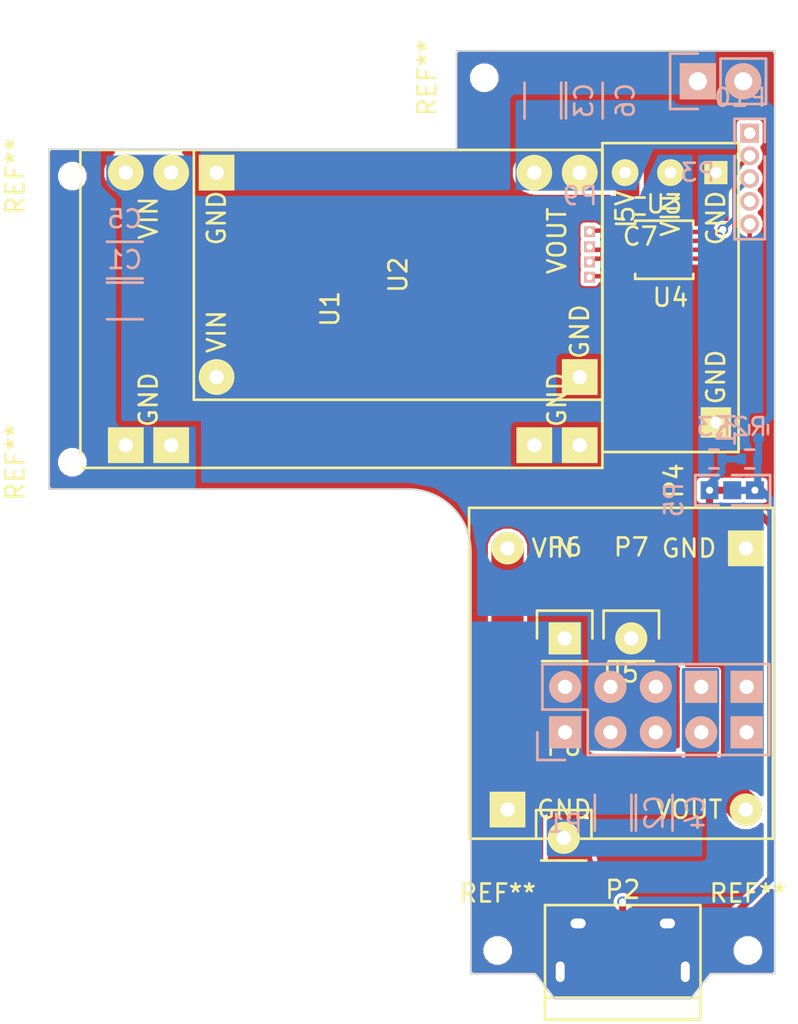
<source format=kicad_pcb>
(kicad_pcb (version 4) (host pcbnew "(2016-08-19 BZR 6308, Git fa85cb3)-product")

  (general
    (links 80)
    (no_connects 0)
    (area 55.525 91.942857 107.057143 156.225)
    (thickness 1.6)
    (drawings 13)
    (tracks 75)
    (zones 0)
    (modules 30)
    (nets 15)
  )

  (page A4)
  (layers
    (0 F.Cu signal)
    (31 B.Cu signal)
    (32 B.Adhes user)
    (33 F.Adhes user)
    (34 B.Paste user)
    (35 F.Paste user)
    (36 B.SilkS user)
    (37 F.SilkS user)
    (38 B.Mask user)
    (39 F.Mask user)
    (40 Dwgs.User user)
    (41 Cmts.User user)
    (42 Eco1.User user)
    (43 Eco2.User user)
    (44 Edge.Cuts user)
    (45 Margin user)
    (46 B.CrtYd user)
    (47 F.CrtYd user)
    (48 B.Fab user)
    (49 F.Fab user)
  )

  (setup
    (last_trace_width 1.8)
    (user_trace_width 0.4)
    (user_trace_width 1)
    (user_trace_width 1.2)
    (user_trace_width 1.8)
    (trace_clearance 0.2)
    (zone_clearance 0.25)
    (zone_45_only no)
    (trace_min 0.2)
    (segment_width 0.1)
    (edge_width 0.1)
    (via_size 0.6)
    (via_drill 0.4)
    (via_min_size 0.4)
    (via_min_drill 0.3)
    (uvia_size 0.3)
    (uvia_drill 0.1)
    (uvias_allowed no)
    (uvia_min_size 0.2)
    (uvia_min_drill 0.1)
    (pcb_text_width 0.3)
    (pcb_text_size 1.5 1.5)
    (mod_edge_width 0.15)
    (mod_text_size 1 1)
    (mod_text_width 0.15)
    (pad_size 1.3 1.3)
    (pad_drill 0.65)
    (pad_to_mask_clearance 0.2)
    (aux_axis_origin 0 0)
    (visible_elements 7FFCFFFF)
    (pcbplotparams
      (layerselection 0x00030_80000001)
      (usegerberextensions false)
      (excludeedgelayer true)
      (linewidth 0.100000)
      (plotframeref false)
      (viasonmask false)
      (mode 1)
      (useauxorigin false)
      (hpglpennumber 1)
      (hpglpenspeed 20)
      (hpglpendiameter 15)
      (hpglpenoverlay 2)
      (psnegative false)
      (psa4output false)
      (plotreference true)
      (plotvalue true)
      (plotinvisibletext false)
      (padsonsilk false)
      (subtractmaskfromsilk false)
      (outputformat 1)
      (mirror false)
      (drillshape 1)
      (scaleselection 1)
      (outputdirectory ""))
  )

  (net 0 "")
  (net 1 GND)
  (net 2 /BAT)
  (net 3 /CHG_IN)
  (net 4 VCC)
  (net 5 /CHARGE)
  (net 6 /V3.3)
  (net 7 /V0.6)
  (net 8 /SDA1)
  (net 9 /SCL1)
  (net 10 /TMP_INT)
  (net 11 /D1+)
  (net 12 /D1-)
  (net 13 /D2+)
  (net 14 /D2-)

  (net_class Default "This is the default net class."
    (clearance 0.2)
    (trace_width 0.25)
    (via_dia 0.6)
    (via_drill 0.4)
    (uvia_dia 0.3)
    (uvia_drill 0.1)
    (add_net /BAT)
    (add_net /CHARGE)
    (add_net /CHG_IN)
    (add_net /D1+)
    (add_net /D1-)
    (add_net /D2+)
    (add_net /D2-)
    (add_net /SCL1)
    (add_net /SDA1)
    (add_net /TMP_INT)
    (add_net /V0.6)
    (add_net /V3.3)
    (add_net GND)
    (add_net VCC)
  )

  (module Housings_SSOP:TSSOP-10_3x3mm_Pitch0.5mm (layer F.Cu) (tedit 54130A77) (tstamp 583CEE80)
    (at 92.82 111.12)
    (descr "TSSOP10: plastic thin shrink small outline package; 10 leads; body width 3 mm; (see NXP SSOP-TSSOP-VSO-REFLOW.pdf and sot552-1_po.pdf)")
    (tags "SSOP 0.5")
    (path /583CE943)
    (attr smd)
    (fp_text reference U3 (at 0 -2.55) (layer F.SilkS)
      (effects (font (size 1 1) (thickness 0.15)))
    )
    (fp_text value TMP432 (at 0 2.55) (layer F.Fab)
      (effects (font (size 1 1) (thickness 0.15)))
    )
    (fp_line (start -0.5 -1.5) (end 1.5 -1.5) (layer F.Fab) (width 0.15))
    (fp_line (start 1.5 -1.5) (end 1.5 1.5) (layer F.Fab) (width 0.15))
    (fp_line (start 1.5 1.5) (end -1.5 1.5) (layer F.Fab) (width 0.15))
    (fp_line (start -1.5 1.5) (end -1.5 -0.5) (layer F.Fab) (width 0.15))
    (fp_line (start -1.5 -0.5) (end -0.5 -1.5) (layer F.Fab) (width 0.15))
    (fp_line (start -2.95 -1.8) (end -2.95 1.8) (layer F.CrtYd) (width 0.05))
    (fp_line (start 2.95 -1.8) (end 2.95 1.8) (layer F.CrtYd) (width 0.05))
    (fp_line (start -2.95 -1.8) (end 2.95 -1.8) (layer F.CrtYd) (width 0.05))
    (fp_line (start -2.95 1.8) (end 2.95 1.8) (layer F.CrtYd) (width 0.05))
    (fp_line (start -1.625 -1.625) (end -1.625 -1.45) (layer F.SilkS) (width 0.15))
    (fp_line (start 1.625 -1.625) (end 1.625 -1.35) (layer F.SilkS) (width 0.15))
    (fp_line (start 1.625 1.625) (end 1.625 1.35) (layer F.SilkS) (width 0.15))
    (fp_line (start -1.625 1.625) (end -1.625 1.35) (layer F.SilkS) (width 0.15))
    (fp_line (start -1.625 -1.625) (end 1.625 -1.625) (layer F.SilkS) (width 0.15))
    (fp_line (start -1.625 1.625) (end 1.625 1.625) (layer F.SilkS) (width 0.15))
    (fp_line (start -1.625 -1.45) (end -2.7 -1.45) (layer F.SilkS) (width 0.15))
    (pad 1 smd rect (at -2.15 -1) (size 1.1 0.25) (layers F.Cu F.Paste F.Mask)
      (net 4 VCC))
    (pad 2 smd rect (at -2.15 -0.5) (size 1.1 0.25) (layers F.Cu F.Paste F.Mask)
      (net 11 /D1+))
    (pad 3 smd rect (at -2.15 0) (size 1.1 0.25) (layers F.Cu F.Paste F.Mask)
      (net 12 /D1-))
    (pad 4 smd rect (at -2.15 0.5) (size 1.1 0.25) (layers F.Cu F.Paste F.Mask)
      (net 13 /D2+))
    (pad 5 smd rect (at -2.15 1) (size 1.1 0.25) (layers F.Cu F.Paste F.Mask)
      (net 14 /D2-))
    (pad 6 smd rect (at 2.15 1) (size 1.1 0.25) (layers F.Cu F.Paste F.Mask)
      (net 1 GND))
    (pad 7 smd rect (at 2.15 0.5) (size 1.1 0.25) (layers F.Cu F.Paste F.Mask)
      (net 10 /TMP_INT))
    (pad 8 smd rect (at 2.15 0) (size 1.1 0.25) (layers F.Cu F.Paste F.Mask)
      (net 10 /TMP_INT))
    (pad 9 smd rect (at 2.15 -0.5) (size 1.1 0.25) (layers F.Cu F.Paste F.Mask)
      (net 8 /SDA1))
    (pad 10 smd rect (at 2.15 -1) (size 1.1 0.25) (layers F.Cu F.Paste F.Mask)
      (net 9 /SCL1))
    (model Housings_SSOP.3dshapes/TSSOP-10_3x3mm_Pitch0.5mm.wrl
      (at (xyz 0 0 0))
      (scale (xyz 1 1 1))
      (rotate (xyz 0 0 0))
    )
  )

  (module Pin_Headers:Pin_Header_Straight_1x04_Pitch1.27mm (layer B.Cu) (tedit 583CF81B) (tstamp 583CEC6F)
    (at 88.64 110.1 180)
    (descr "Through hole pin header, pitch 1.27mm")
    (tags "pin header")
    (path /583CF938)
    (fp_text reference P9 (at 0.53 1.99 180) (layer B.SilkS)
      (effects (font (size 1 1) (thickness 0.15)) (justify mirror))
    )
    (fp_text value CONN_01X02 (at 0.08 -6.1 180) (layer B.Fab)
      (effects (font (size 1 1) (thickness 0.15)) (justify mirror))
    )
    (pad 1 thru_hole rect (at 0 0 180) (size 0.6 0.6) (drill 0.35) (layers *.Cu *.Mask B.SilkS)
      (net 11 /D1+))
    (pad 2 thru_hole rect (at 0 -0.85 180) (size 0.6 0.6) (drill 0.35) (layers *.Cu *.Mask B.SilkS)
      (net 12 /D1-))
    (pad 3 thru_hole rect (at 0 -1.7 180) (size 0.6 0.6) (drill 0.35) (layers *.Cu *.Mask B.SilkS)
      (net 13 /D2+))
    (pad 4 thru_hole rect (at 0 -2.55 180) (size 0.6 0.6) (drill 0.35) (layers *.Cu *.Mask B.SilkS)
      (net 14 /D2-))
  )

  (module Converters_DCDC_ACDC:LDO_RT9018 (layer F.Cu) (tedit 583CFB79) (tstamp 5836B32A)
    (at 93.17 113.792 270)
    (path /5836A7BE)
    (fp_text reference U4 (at 0 0 360) (layer F.SilkS)
      (effects (font (size 1 1) (thickness 0.15)))
    )
    (fp_text value LDO_3V5 (at 0 -4.826 270) (layer F.Fab)
      (effects (font (size 1 1) (thickness 0.15)))
    )
    (fp_text user GND (at 4.445 -2.54 270) (layer F.SilkS)
      (effects (font (size 1 1) (thickness 0.15)))
    )
    (fp_text user 5V (at -5.08 2.54 270) (layer F.SilkS)
      (effects (font (size 1 1) (thickness 0.15)))
    )
    (fp_text user VIN (at -4.6 0 270) (layer F.SilkS)
      (effects (font (size 1 1) (thickness 0.15)))
    )
    (fp_text user GND (at -4.445 -2.54 270) (layer F.SilkS)
      (effects (font (size 1 1) (thickness 0.15)))
    )
    (fp_line (start -8.636 3.81) (end -8.636 -3.81) (layer F.SilkS) (width 0.15))
    (fp_line (start 8.636 3.81) (end -8.636 3.81) (layer F.SilkS) (width 0.15))
    (fp_line (start 8.636 -3.81) (end 8.636 3.81) (layer F.SilkS) (width 0.15))
    (fp_line (start -8.636 -3.81) (end 8.636 -3.81) (layer F.SilkS) (width 0.15))
    (pad 1 thru_hole rect (at -6.985 -2.54 270) (size 1.3 1.3) (drill 0.65) (layers *.Cu *.Mask F.SilkS)
      (net 1 GND))
    (pad 2 thru_hole circle (at -6.985 0 270) (size 1.5 1.5) (drill 0.65) (layers *.Cu *.Mask F.SilkS)
      (net 2 /BAT))
    (pad 3 thru_hole circle (at -6.985 2.54 270) (size 1.5 1.5) (drill 0.65) (layers *.Cu *.Mask F.SilkS)
      (net 4 VCC))
    (pad 1 thru_hole rect (at 6.985 -2.54 270) (size 1.7 1.7) (drill 0.65) (layers *.Cu *.Mask F.SilkS)
      (net 1 GND))
    (model Socket_Strips.3dshapes/Socket_Strip_Straight_Round_1x03_H1.9.wrl
      (at (xyz -0.275 -0.1 0))
      (scale (xyz 1 1 1))
      (rotate (xyz 0 0 90))
    )
    (model Socket_Strips.3dshapes/Socket_Strip_Straight_Round_1x01_H1.9.wrl
      (at (xyz 0.275 0.1 0))
      (scale (xyz 1 1 1))
      (rotate (xyz 0 0 90))
    )
  )

  (module Mounting_Holes:MountingHole_1.2mm_M1 (layer F.Cu) (tedit 5837AC72) (tstamp 5837EAEC)
    (at 82.75 101.5 90)
    (descr "Mounting Hole 1.2mm, no annular, M1")
    (tags "mounting hole 1.2mm no annular m1")
    (fp_text reference REF** (at 0 -3.2 90) (layer F.SilkS)
      (effects (font (size 1 1) (thickness 0.15)))
    )
    (fp_text value MountingHole_1.2mm_M1 (at 0 3.2 90) (layer F.Fab)
      (effects (font (size 1 1) (thickness 0.15)))
    )
    (fp_circle (center 0 0) (end 1.2 0) (layer Cmts.User) (width 0.15))
    (fp_circle (center 0 0) (end 1.5 0) (layer F.CrtYd) (width 0.05))
    (pad "" np_thru_hole circle (at 0 0 90) (size 1.2 1.2) (drill 1.2) (layers *.Cu *.Mask F.SilkS))
  )

  (module Socket_Strips:Socket_Strip_Straight_2x05 (layer B.Cu) (tedit 583879CA) (tstamp 5836B29B)
    (at 87.27 138.1)
    (descr "Through hole socket strip")
    (tags "socket strip")
    (path /5832D815)
    (fp_text reference P1 (at 0 5.1) (layer B.SilkS)
      (effects (font (size 1 1) (thickness 0.15)) (justify mirror))
    )
    (fp_text value CONN5 (at 0 3.1) (layer B.Fab)
      (effects (font (size 1 1) (thickness 0.15)) (justify mirror))
    )
    (fp_line (start -1.75 1.75) (end -1.75 -4.3) (layer B.CrtYd) (width 0.05))
    (fp_line (start 11.95 1.75) (end 11.95 -4.3) (layer B.CrtYd) (width 0.05))
    (fp_line (start -1.75 1.75) (end 11.95 1.75) (layer B.CrtYd) (width 0.05))
    (fp_line (start -1.75 -4.3) (end 11.95 -4.3) (layer B.CrtYd) (width 0.05))
    (fp_line (start -1.27 -3.81) (end 11.43 -3.81) (layer B.SilkS) (width 0.15))
    (fp_line (start 11.43 -3.81) (end 11.43 1.27) (layer B.SilkS) (width 0.15))
    (fp_line (start 11.43 1.27) (end 1.27 1.27) (layer B.SilkS) (width 0.15))
    (fp_line (start -1.27 -3.81) (end -1.27 -1.27) (layer B.SilkS) (width 0.15))
    (fp_line (start 0 1.55) (end -1.55 1.55) (layer B.SilkS) (width 0.15))
    (fp_line (start -1.27 -1.27) (end 1.27 -1.27) (layer B.SilkS) (width 0.15))
    (fp_line (start 1.27 -1.27) (end 1.27 1.27) (layer B.SilkS) (width 0.15))
    (fp_line (start -1.55 1.55) (end -1.55 0) (layer B.SilkS) (width 0.15))
    (pad 1 thru_hole rect (at 0 0) (size 1.8 1.8) (drill 0.8) (layers *.Cu *.Mask B.SilkS)
      (net 1 GND))
    (pad 2 thru_hole circle (at 0 -2.54) (size 1.8 1.8) (drill 0.8) (layers *.Cu *.Mask B.SilkS)
      (net 1 GND))
    (pad 3 thru_hole circle (at 2.54 0) (size 1.8 1.8) (drill 0.8) (layers *.Cu *.Mask B.SilkS)
      (net 2 /BAT))
    (pad 4 thru_hole circle (at 2.54 -2.54) (size 1.8 1.8) (drill 0.8) (layers *.Cu *.Mask B.SilkS)
      (net 2 /BAT))
    (pad 5 thru_hole circle (at 5.08 0) (size 1.8 1.8) (drill 0.8) (layers *.Cu *.Mask B.SilkS)
      (net 2 /BAT))
    (pad 6 thru_hole circle (at 5.08 -2.54) (size 1.8 1.8) (drill 0.8) (layers *.Cu *.Mask B.SilkS)
      (net 2 /BAT))
    (pad 7 thru_hole circle (at 7.62 0) (size 1.8 1.8) (drill 0.8) (layers *.Cu *.Mask B.SilkS)
      (net 5 /CHARGE))
    (pad 8 thru_hole rect (at 7.62 -2.54) (size 1.8 1.8) (drill 0.8) (layers *.Cu *.Mask B.SilkS)
      (net 5 /CHARGE))
    (pad 9 thru_hole rect (at 10.16 0) (size 1.8 1.8) (drill 0.8) (layers *.Cu *.Mask B.SilkS)
      (net 1 GND))
    (pad 10 thru_hole rect (at 10.16 -2.54) (size 1.8 1.8) (drill 0.8) (layers *.Cu *.Mask B.SilkS)
      (net 1 GND))
    (model Socket_Strips.3dshapes/Socket_Strip_Straight_Round_2x05_H1.9.wrl
      (at (xyz 0 0 0))
      (scale (xyz 1 1 1))
      (rotate (xyz 0 0 180))
    )
  )

  (module Mounting_Holes:MountingHole_1.2mm_M1 (layer F.Cu) (tedit 58131030) (tstamp 5836B135)
    (at 59.7 123 90)
    (descr "Mounting Hole 1.2mm, no annular, M1")
    (tags "mounting hole 1.2mm no annular m1")
    (fp_text reference REF** (at 0 -3.2 90) (layer F.SilkS)
      (effects (font (size 1 1) (thickness 0.15)))
    )
    (fp_text value MountingHole_1.2mm_M1 (at 0 3.2 90) (layer F.Fab)
      (effects (font (size 1 1) (thickness 0.15)))
    )
    (fp_circle (center 0 0) (end 1.2 0) (layer Cmts.User) (width 0.15))
    (fp_circle (center 0 0) (end 1.5 0) (layer F.CrtYd) (width 0.05))
    (pad "" np_thru_hole circle (at 0 0 90) (size 1.2 1.2) (drill 1.2) (layers *.Cu *.Mask F.SilkS))
  )

  (module Mounting_Holes:MountingHole_1.2mm_M1 (layer F.Cu) (tedit 58131030) (tstamp 5836B12F)
    (at 59.7 107 90)
    (descr "Mounting Hole 1.2mm, no annular, M1")
    (tags "mounting hole 1.2mm no annular m1")
    (fp_text reference REF** (at 0 -3.2 90) (layer F.SilkS)
      (effects (font (size 1 1) (thickness 0.15)))
    )
    (fp_text value MountingHole_1.2mm_M1 (at 0 3.2 90) (layer F.Fab)
      (effects (font (size 1 1) (thickness 0.15)))
    )
    (fp_circle (center 0 0) (end 1.2 0) (layer Cmts.User) (width 0.15))
    (fp_circle (center 0 0) (end 1.5 0) (layer F.CrtYd) (width 0.05))
    (pad "" np_thru_hole circle (at 0 0 90) (size 1.2 1.2) (drill 1.2) (layers *.Cu *.Mask F.SilkS))
  )

  (module Mounting_Holes:MountingHole_1.2mm_M1 (layer F.Cu) (tedit 58131030) (tstamp 5836B110)
    (at 83.5 150.3)
    (descr "Mounting Hole 1.2mm, no annular, M1")
    (tags "mounting hole 1.2mm no annular m1")
    (fp_text reference REF** (at 0 -3.2) (layer F.SilkS)
      (effects (font (size 1 1) (thickness 0.15)))
    )
    (fp_text value MountingHole_1.2mm_M1 (at 0 3.2) (layer F.Fab)
      (effects (font (size 1 1) (thickness 0.15)))
    )
    (fp_circle (center 0 0) (end 1.2 0) (layer Cmts.User) (width 0.15))
    (fp_circle (center 0 0) (end 1.5 0) (layer F.CrtYd) (width 0.05))
    (pad "" np_thru_hole circle (at 0 0) (size 1.2 1.2) (drill 1.2) (layers *.Cu *.Mask F.SilkS))
  )

  (module Mounting_Holes:MountingHole_1.2mm_M1 (layer F.Cu) (tedit 58131030) (tstamp 5836B10E)
    (at 97.5 150.3)
    (descr "Mounting Hole 1.2mm, no annular, M1")
    (tags "mounting hole 1.2mm no annular m1")
    (fp_text reference REF** (at 0 -3.2) (layer F.SilkS)
      (effects (font (size 1 1) (thickness 0.15)))
    )
    (fp_text value MountingHole_1.2mm_M1 (at 0 3.2) (layer F.Fab)
      (effects (font (size 1 1) (thickness 0.15)))
    )
    (fp_circle (center 0 0) (end 1.2 0) (layer Cmts.User) (width 0.15))
    (fp_circle (center 0 0) (end 1.5 0) (layer F.CrtYd) (width 0.05))
    (pad "" np_thru_hole circle (at 0 0) (size 1.2 1.2) (drill 1.2) (layers *.Cu *.Mask F.SilkS))
  )

  (module Socket_Strips:Socket_Strip_Straight_1x02 (layer B.Cu) (tedit 54E9F75E) (tstamp 5836B2C2)
    (at 94.7 101.7)
    (descr "Through hole socket strip")
    (tags "socket strip")
    (path /5832D7C0)
    (fp_text reference P3 (at 0 5.1) (layer B.SilkS)
      (effects (font (size 1 1) (thickness 0.15)) (justify mirror))
    )
    (fp_text value CONN_VCC (at 0 3.1) (layer B.Fab)
      (effects (font (size 1 1) (thickness 0.15)) (justify mirror))
    )
    (fp_line (start -1.55 -1.55) (end 0 -1.55) (layer B.SilkS) (width 0.15))
    (fp_line (start 3.81 -1.27) (end 1.27 -1.27) (layer B.SilkS) (width 0.15))
    (fp_line (start -1.75 1.75) (end -1.75 -1.75) (layer B.CrtYd) (width 0.05))
    (fp_line (start 4.3 1.75) (end 4.3 -1.75) (layer B.CrtYd) (width 0.05))
    (fp_line (start -1.75 1.75) (end 4.3 1.75) (layer B.CrtYd) (width 0.05))
    (fp_line (start -1.75 -1.75) (end 4.3 -1.75) (layer B.CrtYd) (width 0.05))
    (fp_line (start 1.27 -1.27) (end 1.27 1.27) (layer B.SilkS) (width 0.15))
    (fp_line (start 0 1.55) (end -1.55 1.55) (layer B.SilkS) (width 0.15))
    (fp_line (start -1.55 1.55) (end -1.55 -1.55) (layer B.SilkS) (width 0.15))
    (fp_line (start 1.27 1.27) (end 3.81 1.27) (layer B.SilkS) (width 0.15))
    (fp_line (start 3.81 1.27) (end 3.81 -1.27) (layer B.SilkS) (width 0.15))
    (pad 1 thru_hole rect (at 0 0) (size 2.032 2.032) (drill 1.016) (layers *.Cu *.Mask B.SilkS)
      (net 1 GND))
    (pad 2 thru_hole oval (at 2.54 0) (size 2.032 2.032) (drill 1.016) (layers *.Cu *.Mask B.SilkS)
      (net 4 VCC))
    (model Socket_Strips.3dshapes/Socket_Strip_Straight_Round_1x02_H1.9.wrl
      (at (xyz 0 0 0))
      (scale (xyz 1 1 1))
      (rotate (xyz 0 0 180))
    )
  )

  (module Converters_DCDC_ACDC:DCDC_Conv_G5177-Boost (layer F.Cu) (tedit 583CF864) (tstamp 5836B2EE)
    (at 77.93 112.522 270)
    (descr https://item.taobao.com/item.htm?spm=a1z09.2.0.0.zJFJUn&id=42102321796&_u=m41ujt257c3)
    (tags "G5177 DCDC Boost ")
    (path /583513F1)
    (fp_text reference U2 (at 0 0 270) (layer F.SilkS)
      (effects (font (size 1 1) (thickness 0.15)))
    )
    (fp_text value "G5177 module" (at 0 -13.335 270) (layer F.Fab)
      (effects (font (size 1 1) (thickness 0.15)))
    )
    (fp_text user VOUT (at -2.572 -8.822 270) (layer F.SilkS) hide
      (effects (font (size 1 1) (thickness 0.15)))
    )
    (fp_text user GND (at -3.175 10.16 270) (layer F.SilkS)
      (effects (font (size 1 1) (thickness 0.15)))
    )
    (fp_text user VIN (at 3.175 10.16 450) (layer F.SilkS)
      (effects (font (size 1 1) (thickness 0.15)))
    )
    (fp_line (start -6.985 11.43) (end -6.985 -11.43) (layer F.SilkS) (width 0.15))
    (fp_line (start 6.985 11.43) (end -6.985 11.43) (layer F.SilkS) (width 0.15))
    (fp_line (start 6.985 -11.43) (end 6.985 11.43) (layer F.SilkS) (width 0.15))
    (fp_line (start -6.985 -11.43) (end 6.985 -11.43) (layer F.SilkS) (width 0.15))
    (fp_text user GND (at 3.175 -10.16 270) (layer F.SilkS)
      (effects (font (size 1 1) (thickness 0.15)))
    )
    (pad 2 thru_hole circle (at 5.715 10.16 270) (size 2 2) (drill 0.8) (layers *.Cu *.Mask F.SilkS)
      (net 2 /BAT))
    (pad 1 thru_hole rect (at -5.715 10.16 270) (size 2 2) (drill 0.8) (layers *.Cu *.Mask F.SilkS)
      (net 1 GND))
    (pad 3 thru_hole circle (at -5.715 -10.16 270) (size 2 2) (drill 0.8) (layers *.Cu *.Mask F.SilkS)
      (net 4 VCC))
    (pad 1 thru_hole rect (at 5.715 -10.16 270) (size 2 2) (drill 0.8) (layers *.Cu *.Mask F.SilkS)
      (net 1 GND))
    (model Socket_Strips.3dshapes/Socket_Strip_Straight_Round_1x01_H1.9.wrl
      (at (xyz -0.225 -0.4 0))
      (scale (xyz 1 1 1))
      (rotate (xyz 0 0 0))
    )
    (model Socket_Strips.3dshapes/Socket_Strip_Straight_Round_1x01_H1.9.wrl
      (at (xyz 0.225 -0.4 0))
      (scale (xyz 1 1 1))
      (rotate (xyz 0 0 0))
    )
    (model Socket_Strips.3dshapes/Socket_Strip_Straight_Round_1x01_H1.9.wrl
      (at (xyz -0.225 0.4 0))
      (scale (xyz 1 1 1))
      (rotate (xyz 0 0 0))
    )
    (model Socket_Strips.3dshapes/Socket_Strip_Straight_Round_1x01_H1.9.wrl
      (at (xyz 0.225 0.4 0))
      (scale (xyz 1 1 1))
      (rotate (xyz 0 0 0))
    )
  )

  (module Converters_DCDC_ACDC:DCDC_Charger-TP5000-Bucket (layer F.Cu) (tedit 58387911) (tstamp 583742DC)
    (at 90.4 134.8)
    (descr https://item.taobao.com/item.htm?spm=a1z09.2.0.0.jpTaJ3&id=14281177387&_u=p41ujt2e18f)
    (tags "TP5000 Charger")
    (path /5835319A)
    (fp_text reference U5 (at 0 0) (layer F.SilkS)
      (effects (font (size 1 1) (thickness 0.15)))
    )
    (fp_text value "TP5000 Charger" (at 0 -10.795) (layer F.Fab)
      (effects (font (size 1 1) (thickness 0.15)))
    )
    (fp_text user VOUT (at 3.81 7.62) (layer F.SilkS)
      (effects (font (size 1 1) (thickness 0.15)))
    )
    (fp_text user GND (at -3.175 7.62) (layer F.SilkS)
      (effects (font (size 1 1) (thickness 0.15)))
    )
    (fp_text user VIN (at -3.81 -6.985 180) (layer F.SilkS)
      (effects (font (size 1 1) (thickness 0.15)))
    )
    (fp_line (start -8.5 9.25) (end -8.5 -9.25) (layer F.SilkS) (width 0.15))
    (fp_line (start 8.5 9.25) (end -8.5 9.25) (layer F.SilkS) (width 0.15))
    (fp_line (start 8.5 -9.25) (end 8.5 9.25) (layer F.SilkS) (width 0.15))
    (fp_line (start -8.5 -9.25) (end 8.5 -9.25) (layer F.SilkS) (width 0.15))
    (fp_text user GND (at 3.81 -6.985) (layer F.SilkS)
      (effects (font (size 1 1) (thickness 0.15)))
    )
    (pad 3 thru_hole circle (at 6.985 7.62) (size 1.8 1.8) (drill 0.8) (layers *.Cu *.Mask F.SilkS)
      (net 5 /CHARGE))
    (pad 1 thru_hole rect (at -6.35 7.62) (size 2 2) (drill 0.8) (layers *.Cu *.Mask F.SilkS)
      (net 1 GND))
    (pad 2 thru_hole circle (at -6.35 -6.985) (size 1.8 1.8) (drill 0.8) (layers *.Cu *.Mask F.SilkS)
      (net 3 /CHG_IN))
    (pad 1 thru_hole rect (at 6.985 -6.985) (size 2 2) (drill 0.8) (layers *.Cu *.Mask F.SilkS)
      (net 1 GND))
    (model Socket_Strips.3dshapes/Socket_Strip_Straight_Round_1x01_H1.9.wrl
      (at (xyz -0.25 -0.3 0))
      (scale (xyz 1 1 1))
      (rotate (xyz 0 0 0))
    )
    (model Socket_Strips.3dshapes/Socket_Strip_Straight_Round_1x01_H1.9.wrl
      (at (xyz 0.275 -0.3 0))
      (scale (xyz 1 1 1))
      (rotate (xyz 0 0 0))
    )
    (model Socket_Strips.3dshapes/Socket_Strip_Straight_Round_1x01_H1.9.wrl
      (at (xyz -0.25 0.275 0))
      (scale (xyz 1 1 1))
      (rotate (xyz 0 0 0))
    )
    (model Socket_Strips.3dshapes/Socket_Strip_Straight_Round_1x01_H1.9.wrl
      (at (xyz 0.275 0.275 0))
      (scale (xyz 1 1 1))
      (rotate (xyz 0 0 0))
    )
  )

  (module Pin_Headers:Pin_Header_Straight_1x03_Pitch1.27mm (layer F.Cu) (tedit 58374D18) (tstamp 58374B19)
    (at 95.354805 124.568709 90)
    (descr "Through hole pin header, pitch 1.27mm")
    (tags "pin header")
    (path /5836ACD9)
    (fp_text reference P4 (at 0.53 -1.99 90) (layer F.SilkS)
      (effects (font (size 1 1) (thickness 0.15)))
    )
    (fp_text value CONN_01X03 (at 0 4.7 90) (layer F.Fab)
      (effects (font (size 1 1) (thickness 0.15)))
    )
    (fp_line (start -0.85 3.39) (end 0.85 3.39) (layer F.SilkS) (width 0.15))
    (fp_line (start 0.85 3.39) (end 0.85 1.27) (layer F.SilkS) (width 0.15))
    (fp_line (start -1.1 -1.05) (end -1.1 3.65) (layer F.CrtYd) (width 0.05))
    (fp_line (start 1.1 -1.05) (end 1.1 3.65) (layer F.CrtYd) (width 0.05))
    (fp_line (start -1.1 -1.05) (end 1.1 -1.05) (layer F.CrtYd) (width 0.05))
    (fp_line (start -1.1 3.65) (end 1.1 3.65) (layer F.CrtYd) (width 0.05))
    (fp_line (start -0.85 3.39) (end -0.85 1.3) (layer F.SilkS) (width 0.15))
    (fp_line (start 0.85 -0.8) (end -0.85 -0.8) (layer F.SilkS) (width 0.15))
    (fp_line (start -0.85 -0.8) (end -0.85 0.5) (layer F.SilkS) (width 0.15))
    (fp_line (start 0.85 -0.8) (end 0.85 0.5) (layer F.SilkS) (width 0.15))
    (pad 1 smd rect (at 0 0 90) (size 1 1) (layers F.Cu F.Paste F.Mask)
      (net 7 /V0.6))
    (pad 2 smd rect (at 0 1.27 90) (size 1 1) (layers F.Cu F.Paste F.Mask)
      (net 7 /V0.6))
    (pad 3 smd rect (at 0 2.54 90) (size 1 1) (layers F.Cu F.Paste F.Mask)
      (net 6 /V3.3))
  )

  (module Pin_Headers:Pin_Header_Straight_1x03_Pitch1.27mm (layer B.Cu) (tedit 58374CEA) (tstamp 58374B2A)
    (at 95.354805 124.568709 270)
    (descr "Through hole pin header, pitch 1.27mm")
    (tags "pin header")
    (path /5836ACDA)
    (fp_text reference P5 (at 0.53 1.99 270) (layer B.SilkS)
      (effects (font (size 1 1) (thickness 0.15)) (justify mirror))
    )
    (fp_text value CONN_01X03 (at 0 -4.7 270) (layer B.Fab)
      (effects (font (size 1 1) (thickness 0.15)) (justify mirror))
    )
    (fp_line (start -0.85 -3.39) (end 0.85 -3.39) (layer B.SilkS) (width 0.15))
    (fp_line (start 0.85 -3.39) (end 0.85 -1.27) (layer B.SilkS) (width 0.15))
    (fp_line (start -1.1 1.05) (end -1.1 -3.65) (layer B.CrtYd) (width 0.05))
    (fp_line (start 1.1 1.05) (end 1.1 -3.65) (layer B.CrtYd) (width 0.05))
    (fp_line (start -1.1 1.05) (end 1.1 1.05) (layer B.CrtYd) (width 0.05))
    (fp_line (start -1.1 -3.65) (end 1.1 -3.65) (layer B.CrtYd) (width 0.05))
    (fp_line (start -0.85 -3.39) (end -0.85 -1.3) (layer B.SilkS) (width 0.15))
    (fp_line (start 0.85 0.8) (end -0.85 0.8) (layer B.SilkS) (width 0.15))
    (fp_line (start -0.85 0.8) (end -0.85 -0.5) (layer B.SilkS) (width 0.15))
    (fp_line (start 0.85 0.8) (end 0.85 -0.5) (layer B.SilkS) (width 0.15))
    (pad 1 smd rect (at 0 0 270) (size 1 1) (layers B.Cu B.Paste B.Mask)
      (net 7 /V0.6))
    (pad 2 smd rect (at 0 -1.27 270) (size 1 1) (layers B.Cu B.Paste B.Mask)
      (net 6 /V3.3))
    (pad 3 smd rect (at 0 -2.54 270) (size 1 1) (layers B.Cu B.Paste B.Mask)
      (net 6 /V3.3))
  )

  (module Resistors_SMD:R_0402 (layer B.Cu) (tedit 582A0C58) (tstamp 58374B3A)
    (at 98.1 121.17 270)
    (descr "Resistor SMD 0402, reflow soldering, Vishay (see dcrcw.pdf)")
    (tags "resistor 0402")
    (path /5836ACD4)
    (attr smd)
    (fp_text reference R1 (at 0 1.8 270) (layer B.SilkS)
      (effects (font (size 1 1) (thickness 0.15)) (justify mirror))
    )
    (fp_text value 2M (at 0 -1.8 270) (layer B.Fab)
      (effects (font (size 1 1) (thickness 0.15)) (justify mirror))
    )
    (fp_line (start -0.5 -0.25) (end -0.5 0.25) (layer B.Fab) (width 0.15))
    (fp_line (start 0.5 -0.25) (end -0.5 -0.25) (layer B.Fab) (width 0.15))
    (fp_line (start 0.5 0.25) (end 0.5 -0.25) (layer B.Fab) (width 0.15))
    (fp_line (start -0.5 0.25) (end 0.5 0.25) (layer B.Fab) (width 0.15))
    (fp_line (start -0.95 0.65) (end 0.95 0.65) (layer B.CrtYd) (width 0.05))
    (fp_line (start -0.95 -0.65) (end 0.95 -0.65) (layer B.CrtYd) (width 0.05))
    (fp_line (start -0.95 0.65) (end -0.95 -0.65) (layer B.CrtYd) (width 0.05))
    (fp_line (start 0.95 0.65) (end 0.95 -0.65) (layer B.CrtYd) (width 0.05))
    (fp_line (start 0.25 0.525) (end -0.25 0.525) (layer B.SilkS) (width 0.15))
    (fp_line (start -0.25 -0.525) (end 0.25 -0.525) (layer B.SilkS) (width 0.15))
    (pad 1 smd rect (at -0.45 0 270) (size 0.5 0.6) (layers B.Cu B.Paste B.Mask)
      (net 4 VCC))
    (pad 2 smd rect (at 0.45 0 270) (size 0.5 0.6) (layers B.Cu B.Paste B.Mask)
      (net 6 /V3.3))
    (model Resistors_SMD.3dshapes/R_0402.wrl
      (at (xyz 0 0 0))
      (scale (xyz 1 1 1))
      (rotate (xyz 0 0 0))
    )
  )

  (module Resistors_SMD:R_0402 (layer B.Cu) (tedit 582A0C58) (tstamp 58374B4A)
    (at 97.6 122.82 180)
    (descr "Resistor SMD 0402, reflow soldering, Vishay (see dcrcw.pdf)")
    (tags "resistor 0402")
    (path /5836ACD5)
    (attr smd)
    (fp_text reference R2 (at 0 1.8 180) (layer B.SilkS)
      (effects (font (size 1 1) (thickness 0.15)) (justify mirror))
    )
    (fp_text value 1M (at 0 -1.8 180) (layer B.Fab)
      (effects (font (size 1 1) (thickness 0.15)) (justify mirror))
    )
    (fp_line (start -0.5 -0.25) (end -0.5 0.25) (layer B.Fab) (width 0.15))
    (fp_line (start 0.5 -0.25) (end -0.5 -0.25) (layer B.Fab) (width 0.15))
    (fp_line (start 0.5 0.25) (end 0.5 -0.25) (layer B.Fab) (width 0.15))
    (fp_line (start -0.5 0.25) (end 0.5 0.25) (layer B.Fab) (width 0.15))
    (fp_line (start -0.95 0.65) (end 0.95 0.65) (layer B.CrtYd) (width 0.05))
    (fp_line (start -0.95 -0.65) (end 0.95 -0.65) (layer B.CrtYd) (width 0.05))
    (fp_line (start -0.95 0.65) (end -0.95 -0.65) (layer B.CrtYd) (width 0.05))
    (fp_line (start 0.95 0.65) (end 0.95 -0.65) (layer B.CrtYd) (width 0.05))
    (fp_line (start 0.25 0.525) (end -0.25 0.525) (layer B.SilkS) (width 0.15))
    (fp_line (start -0.25 -0.525) (end 0.25 -0.525) (layer B.SilkS) (width 0.15))
    (pad 1 smd rect (at -0.45 0 180) (size 0.5 0.6) (layers B.Cu B.Paste B.Mask)
      (net 6 /V3.3))
    (pad 2 smd rect (at 0.45 0 180) (size 0.5 0.6) (layers B.Cu B.Paste B.Mask)
      (net 7 /V0.6))
    (model Resistors_SMD.3dshapes/R_0402.wrl
      (at (xyz 0 0 0))
      (scale (xyz 1 1 1))
      (rotate (xyz 0 0 0))
    )
  )

  (module Resistors_SMD:R_0402 (layer B.Cu) (tedit 582A0C58) (tstamp 58374B5A)
    (at 95.6 122.82 180)
    (descr "Resistor SMD 0402, reflow soldering, Vishay (see dcrcw.pdf)")
    (tags "resistor 0402")
    (path /5836ACD7)
    (attr smd)
    (fp_text reference R3 (at 0 1.8 180) (layer B.SilkS)
      (effects (font (size 1 1) (thickness 0.15)) (justify mirror))
    )
    (fp_text value 400K (at 0 -1.8 180) (layer B.Fab)
      (effects (font (size 1 1) (thickness 0.15)) (justify mirror))
    )
    (fp_line (start -0.5 -0.25) (end -0.5 0.25) (layer B.Fab) (width 0.15))
    (fp_line (start 0.5 -0.25) (end -0.5 -0.25) (layer B.Fab) (width 0.15))
    (fp_line (start 0.5 0.25) (end 0.5 -0.25) (layer B.Fab) (width 0.15))
    (fp_line (start -0.5 0.25) (end 0.5 0.25) (layer B.Fab) (width 0.15))
    (fp_line (start -0.95 0.65) (end 0.95 0.65) (layer B.CrtYd) (width 0.05))
    (fp_line (start -0.95 -0.65) (end 0.95 -0.65) (layer B.CrtYd) (width 0.05))
    (fp_line (start -0.95 0.65) (end -0.95 -0.65) (layer B.CrtYd) (width 0.05))
    (fp_line (start 0.95 0.65) (end 0.95 -0.65) (layer B.CrtYd) (width 0.05))
    (fp_line (start 0.25 0.525) (end -0.25 0.525) (layer B.SilkS) (width 0.15))
    (fp_line (start -0.25 -0.525) (end 0.25 -0.525) (layer B.SilkS) (width 0.15))
    (pad 1 smd rect (at -0.45 0 180) (size 0.5 0.6) (layers B.Cu B.Paste B.Mask)
      (net 7 /V0.6))
    (pad 2 smd rect (at 0.45 0 180) (size 0.5 0.6) (layers B.Cu B.Paste B.Mask)
      (net 1 GND))
    (model Resistors_SMD.3dshapes/R_0402.wrl
      (at (xyz 0 0 0))
      (scale (xyz 1 1 1))
      (rotate (xyz 0 0 0))
    )
  )

  (module Pin_Headers:Pin_Header_Straight_1x01 (layer F.Cu) (tedit 5837AA40) (tstamp 58379BCC)
    (at 87.25 132.85)
    (descr "Through hole pin header")
    (tags "pin header")
    (path /58379FAA)
    (fp_text reference P6 (at 0 -5.1) (layer F.SilkS)
      (effects (font (size 1 1) (thickness 0.15)))
    )
    (fp_text value CONN_01X01 (at 0 -3.1) (layer F.Fab)
      (effects (font (size 1 1) (thickness 0.15)))
    )
    (fp_line (start 1.55 -1.55) (end 1.55 0) (layer F.SilkS) (width 0.15))
    (fp_line (start -1.75 -1.75) (end -1.75 1.75) (layer F.CrtYd) (width 0.05))
    (fp_line (start 1.75 -1.75) (end 1.75 1.75) (layer F.CrtYd) (width 0.05))
    (fp_line (start -1.75 -1.75) (end 1.75 -1.75) (layer F.CrtYd) (width 0.05))
    (fp_line (start -1.75 1.75) (end 1.75 1.75) (layer F.CrtYd) (width 0.05))
    (fp_line (start -1.55 0) (end -1.55 -1.55) (layer F.SilkS) (width 0.15))
    (fp_line (start -1.55 -1.55) (end 1.55 -1.55) (layer F.SilkS) (width 0.15))
    (fp_line (start -1.27 1.27) (end 1.27 1.27) (layer F.SilkS) (width 0.15))
    (pad 1 thru_hole rect (at 0 0) (size 1.8 1.8) (drill 0.8) (layers *.Cu *.Mask F.SilkS)
      (net 1 GND))
  )

  (module Pin_Headers:Pin_Header_Straight_1x01 (layer F.Cu) (tedit 5837AA38) (tstamp 58379BD9)
    (at 90.975 132.85)
    (descr "Through hole pin header")
    (tags "pin header")
    (path /58379E14)
    (fp_text reference P7 (at 0 -5.1) (layer F.SilkS)
      (effects (font (size 1 1) (thickness 0.15)))
    )
    (fp_text value CONN_01X01 (at 0 -3.1) (layer F.Fab)
      (effects (font (size 1 1) (thickness 0.15)))
    )
    (fp_line (start 1.55 -1.55) (end 1.55 0) (layer F.SilkS) (width 0.15))
    (fp_line (start -1.75 -1.75) (end -1.75 1.75) (layer F.CrtYd) (width 0.05))
    (fp_line (start 1.75 -1.75) (end 1.75 1.75) (layer F.CrtYd) (width 0.05))
    (fp_line (start -1.75 -1.75) (end 1.75 -1.75) (layer F.CrtYd) (width 0.05))
    (fp_line (start -1.75 1.75) (end 1.75 1.75) (layer F.CrtYd) (width 0.05))
    (fp_line (start -1.55 0) (end -1.55 -1.55) (layer F.SilkS) (width 0.15))
    (fp_line (start -1.55 -1.55) (end 1.55 -1.55) (layer F.SilkS) (width 0.15))
    (fp_line (start -1.27 1.27) (end 1.27 1.27) (layer F.SilkS) (width 0.15))
    (pad 1 thru_hole circle (at 0 0) (size 1.8 1.8) (drill 0.8) (layers *.Cu *.Mask F.SilkS)
      (net 2 /BAT))
  )

  (module Pin_Headers:Pin_Header_Straight_1x01 (layer F.Cu) (tedit 5837AA30) (tstamp 58379BE6)
    (at 87.2 144)
    (descr "Through hole pin header")
    (tags "pin header")
    (path /5837A19E)
    (fp_text reference P8 (at 0 -5.1) (layer F.SilkS)
      (effects (font (size 1 1) (thickness 0.15)))
    )
    (fp_text value CONN_01X01 (at 0 -3.1) (layer F.Fab)
      (effects (font (size 1 1) (thickness 0.15)))
    )
    (fp_line (start 1.55 -1.55) (end 1.55 0) (layer F.SilkS) (width 0.15))
    (fp_line (start -1.75 -1.75) (end -1.75 1.75) (layer F.CrtYd) (width 0.05))
    (fp_line (start 1.75 -1.75) (end 1.75 1.75) (layer F.CrtYd) (width 0.05))
    (fp_line (start -1.75 -1.75) (end 1.75 -1.75) (layer F.CrtYd) (width 0.05))
    (fp_line (start -1.75 1.75) (end 1.75 1.75) (layer F.CrtYd) (width 0.05))
    (fp_line (start -1.55 0) (end -1.55 -1.55) (layer F.SilkS) (width 0.15))
    (fp_line (start -1.55 -1.55) (end 1.55 -1.55) (layer F.SilkS) (width 0.15))
    (fp_line (start -1.27 1.27) (end 1.27 1.27) (layer F.SilkS) (width 0.15))
    (pad 1 thru_hole circle (at 0 0) (size 1.8 1.8) (drill 0.8) (layers *.Cu *.Mask F.SilkS)
      (net 3 /CHG_IN))
  )

  (module Connect:USB_Micro-B (layer F.Cu) (tedit 5543E447) (tstamp 5836B2B1)
    (at 90.5 150.35)
    (descr "Micro USB Type B Receptacle")
    (tags "USB USB_B USB_micro USB_OTG")
    (path /5836ACD2)
    (attr smd)
    (fp_text reference P2 (at 0 -3.45) (layer F.SilkS)
      (effects (font (size 1 1) (thickness 0.15)))
    )
    (fp_text value USB_Micro (at 0 4.8) (layer F.Fab)
      (effects (font (size 1 1) (thickness 0.15)))
    )
    (fp_line (start -4.6 -2.8) (end 4.6 -2.8) (layer F.CrtYd) (width 0.05))
    (fp_line (start 4.6 -2.8) (end 4.6 4.05) (layer F.CrtYd) (width 0.05))
    (fp_line (start 4.6 4.05) (end -4.6 4.05) (layer F.CrtYd) (width 0.05))
    (fp_line (start -4.6 4.05) (end -4.6 -2.8) (layer F.CrtYd) (width 0.05))
    (fp_line (start -4.3509 3.81746) (end 4.3491 3.81746) (layer F.SilkS) (width 0.15))
    (fp_line (start -4.3509 -2.58754) (end 4.3491 -2.58754) (layer F.SilkS) (width 0.15))
    (fp_line (start 4.3491 -2.58754) (end 4.3491 3.81746) (layer F.SilkS) (width 0.15))
    (fp_line (start 4.3491 2.58746) (end -4.3509 2.58746) (layer F.SilkS) (width 0.15))
    (fp_line (start -4.3509 3.81746) (end -4.3509 -2.58754) (layer F.SilkS) (width 0.15))
    (pad 1 smd rect (at -1.3009 -1.56254 90) (size 1.35 0.4) (layers F.Cu F.Paste F.Mask)
      (net 3 /CHG_IN))
    (pad 2 smd rect (at -0.6509 -1.56254 90) (size 1.35 0.4) (layers F.Cu F.Paste F.Mask)
      (net 7 /V0.6))
    (pad 3 smd rect (at -0.0009 -1.56254 90) (size 1.35 0.4) (layers F.Cu F.Paste F.Mask)
      (net 6 /V3.3))
    (pad 4 smd rect (at 0.6491 -1.56254 90) (size 1.35 0.4) (layers F.Cu F.Paste F.Mask))
    (pad 5 smd rect (at 1.2991 -1.56254 90) (size 1.35 0.4) (layers F.Cu F.Paste F.Mask)
      (net 1 GND))
    (pad 6 thru_hole oval (at -2.5009 -1.56254 90) (size 0.95 1.25) (drill oval 0.55 0.85) (layers *.Cu *.Mask)
      (net 1 GND))
    (pad 6 thru_hole oval (at 2.4991 -1.56254 90) (size 0.95 1.25) (drill oval 0.55 0.85) (layers *.Cu *.Mask)
      (net 1 GND))
    (pad 6 thru_hole oval (at -3.5009 1.13746 90) (size 1.55 1) (drill oval 1.15 0.5) (layers *.Cu *.Mask)
      (net 1 GND))
    (pad 6 thru_hole oval (at 3.4991 1.13746 90) (size 1.55 1) (drill oval 1.15 0.5) (layers *.Cu *.Mask)
      (net 1 GND))
    (model Connectors_Molex.3dshapes/Molxe_USB-Micro_1050170001.wrl
      (at (xyz 0 0 0))
      (scale (xyz 1 1 1))
      (rotate (xyz 0 0 0))
    )
  )

  (module Capacitors_SMD:C_1206 (layer B.Cu) (tedit 5415D7BD) (tstamp 58390B55)
    (at 62.63169 113.982092 180)
    (descr "Capacitor SMD 1206, reflow soldering, AVX (see smccp.pdf)")
    (tags "capacitor 1206")
    (path /5835262C)
    (attr smd)
    (fp_text reference C1 (at 0 2.3 180) (layer B.SilkS)
      (effects (font (size 1 1) (thickness 0.15)) (justify mirror))
    )
    (fp_text value 47uF (at 0 -2.3 180) (layer B.Fab)
      (effects (font (size 1 1) (thickness 0.15)) (justify mirror))
    )
    (fp_line (start -1.6 -0.8) (end -1.6 0.8) (layer B.Fab) (width 0.15))
    (fp_line (start 1.6 -0.8) (end -1.6 -0.8) (layer B.Fab) (width 0.15))
    (fp_line (start 1.6 0.8) (end 1.6 -0.8) (layer B.Fab) (width 0.15))
    (fp_line (start -1.6 0.8) (end 1.6 0.8) (layer B.Fab) (width 0.15))
    (fp_line (start -2.3 1.15) (end 2.3 1.15) (layer B.CrtYd) (width 0.05))
    (fp_line (start -2.3 -1.15) (end 2.3 -1.15) (layer B.CrtYd) (width 0.05))
    (fp_line (start -2.3 1.15) (end -2.3 -1.15) (layer B.CrtYd) (width 0.05))
    (fp_line (start 2.3 1.15) (end 2.3 -1.15) (layer B.CrtYd) (width 0.05))
    (fp_line (start 1 1.025) (end -1 1.025) (layer B.SilkS) (width 0.15))
    (fp_line (start -1 -1.025) (end 1 -1.025) (layer B.SilkS) (width 0.15))
    (pad 1 smd rect (at -1.5 0 180) (size 1 1.6) (layers B.Cu B.Paste B.Mask)
      (net 2 /BAT))
    (pad 2 smd rect (at 1.5 0 180) (size 1 1.6) (layers B.Cu B.Paste B.Mask)
      (net 1 GND))
    (model Capacitors_SMD.3dshapes/C_1206.wrl
      (at (xyz 0 0 0))
      (scale (xyz 1 1 1))
      (rotate (xyz 0 0 0))
    )
  )

  (module Capacitors_SMD:C_1206 (layer B.Cu) (tedit 5415D7BD) (tstamp 58390B64)
    (at 89.96 142.6 90)
    (descr "Capacitor SMD 1206, reflow soldering, AVX (see smccp.pdf)")
    (tags "capacitor 1206")
    (path /58354289)
    (attr smd)
    (fp_text reference C2 (at 0 2.3 90) (layer B.SilkS)
      (effects (font (size 1 1) (thickness 0.15)) (justify mirror))
    )
    (fp_text value 47uF (at 0 -2.3 90) (layer B.Fab)
      (effects (font (size 1 1) (thickness 0.15)) (justify mirror))
    )
    (fp_line (start -1.6 -0.8) (end -1.6 0.8) (layer B.Fab) (width 0.15))
    (fp_line (start 1.6 -0.8) (end -1.6 -0.8) (layer B.Fab) (width 0.15))
    (fp_line (start 1.6 0.8) (end 1.6 -0.8) (layer B.Fab) (width 0.15))
    (fp_line (start -1.6 0.8) (end 1.6 0.8) (layer B.Fab) (width 0.15))
    (fp_line (start -2.3 1.15) (end 2.3 1.15) (layer B.CrtYd) (width 0.05))
    (fp_line (start -2.3 -1.15) (end 2.3 -1.15) (layer B.CrtYd) (width 0.05))
    (fp_line (start -2.3 1.15) (end -2.3 -1.15) (layer B.CrtYd) (width 0.05))
    (fp_line (start 2.3 1.15) (end 2.3 -1.15) (layer B.CrtYd) (width 0.05))
    (fp_line (start 1 1.025) (end -1 1.025) (layer B.SilkS) (width 0.15))
    (fp_line (start -1 -1.025) (end 1 -1.025) (layer B.SilkS) (width 0.15))
    (pad 1 smd rect (at -1.5 0 90) (size 1 1.6) (layers B.Cu B.Paste B.Mask)
      (net 3 /CHG_IN))
    (pad 2 smd rect (at 1.5 0 90) (size 1 1.6) (layers B.Cu B.Paste B.Mask)
      (net 1 GND))
    (model Capacitors_SMD.3dshapes/C_1206.wrl
      (at (xyz 0 0 0))
      (scale (xyz 1 1 1))
      (rotate (xyz 0 0 0))
    )
  )

  (module Capacitors_SMD:C_1206 (layer B.Cu) (tedit 5415D7BD) (tstamp 58390B73)
    (at 86.028183 102.776945 90)
    (descr "Capacitor SMD 1206, reflow soldering, AVX (see smccp.pdf)")
    (tags "capacitor 1206")
    (path /5835292C)
    (attr smd)
    (fp_text reference C3 (at 0 2.3 90) (layer B.SilkS)
      (effects (font (size 1 1) (thickness 0.15)) (justify mirror))
    )
    (fp_text value 47uF (at 0 -2.3 90) (layer B.Fab)
      (effects (font (size 1 1) (thickness 0.15)) (justify mirror))
    )
    (fp_line (start -1.6 -0.8) (end -1.6 0.8) (layer B.Fab) (width 0.15))
    (fp_line (start 1.6 -0.8) (end -1.6 -0.8) (layer B.Fab) (width 0.15))
    (fp_line (start 1.6 0.8) (end 1.6 -0.8) (layer B.Fab) (width 0.15))
    (fp_line (start -1.6 0.8) (end 1.6 0.8) (layer B.Fab) (width 0.15))
    (fp_line (start -2.3 1.15) (end 2.3 1.15) (layer B.CrtYd) (width 0.05))
    (fp_line (start -2.3 -1.15) (end 2.3 -1.15) (layer B.CrtYd) (width 0.05))
    (fp_line (start -2.3 1.15) (end -2.3 -1.15) (layer B.CrtYd) (width 0.05))
    (fp_line (start 2.3 1.15) (end 2.3 -1.15) (layer B.CrtYd) (width 0.05))
    (fp_line (start 1 1.025) (end -1 1.025) (layer B.SilkS) (width 0.15))
    (fp_line (start -1 -1.025) (end 1 -1.025) (layer B.SilkS) (width 0.15))
    (pad 1 smd rect (at -1.5 0 90) (size 1 1.6) (layers B.Cu B.Paste B.Mask)
      (net 4 VCC))
    (pad 2 smd rect (at 1.5 0 90) (size 1 1.6) (layers B.Cu B.Paste B.Mask)
      (net 1 GND))
    (model Capacitors_SMD.3dshapes/C_1206.wrl
      (at (xyz 0 0 0))
      (scale (xyz 1 1 1))
      (rotate (xyz 0 0 0))
    )
  )

  (module Capacitors_SMD:C_1206 (layer B.Cu) (tedit 5415D7BD) (tstamp 58390B82)
    (at 92.26 142.6 90)
    (descr "Capacitor SMD 1206, reflow soldering, AVX (see smccp.pdf)")
    (tags "capacitor 1206")
    (path /583746F3)
    (attr smd)
    (fp_text reference C4 (at 0 2.3 90) (layer B.SilkS)
      (effects (font (size 1 1) (thickness 0.15)) (justify mirror))
    )
    (fp_text value 47uF (at 0 -2.3 90) (layer B.Fab)
      (effects (font (size 1 1) (thickness 0.15)) (justify mirror))
    )
    (fp_line (start -1.6 -0.8) (end -1.6 0.8) (layer B.Fab) (width 0.15))
    (fp_line (start 1.6 -0.8) (end -1.6 -0.8) (layer B.Fab) (width 0.15))
    (fp_line (start 1.6 0.8) (end 1.6 -0.8) (layer B.Fab) (width 0.15))
    (fp_line (start -1.6 0.8) (end 1.6 0.8) (layer B.Fab) (width 0.15))
    (fp_line (start -2.3 1.15) (end 2.3 1.15) (layer B.CrtYd) (width 0.05))
    (fp_line (start -2.3 -1.15) (end 2.3 -1.15) (layer B.CrtYd) (width 0.05))
    (fp_line (start -2.3 1.15) (end -2.3 -1.15) (layer B.CrtYd) (width 0.05))
    (fp_line (start 2.3 1.15) (end 2.3 -1.15) (layer B.CrtYd) (width 0.05))
    (fp_line (start 1 1.025) (end -1 1.025) (layer B.SilkS) (width 0.15))
    (fp_line (start -1 -1.025) (end 1 -1.025) (layer B.SilkS) (width 0.15))
    (pad 1 smd rect (at -1.5 0 90) (size 1 1.6) (layers B.Cu B.Paste B.Mask)
      (net 3 /CHG_IN))
    (pad 2 smd rect (at 1.5 0 90) (size 1 1.6) (layers B.Cu B.Paste B.Mask)
      (net 1 GND))
    (model Capacitors_SMD.3dshapes/C_1206.wrl
      (at (xyz 0 0 0))
      (scale (xyz 1 1 1))
      (rotate (xyz 0 0 0))
    )
  )

  (module Capacitors_SMD:C_1206 (layer B.Cu) (tedit 5415D7BD) (tstamp 58390B91)
    (at 62.63169 111.70051 180)
    (descr "Capacitor SMD 1206, reflow soldering, AVX (see smccp.pdf)")
    (tags "capacitor 1206")
    (path /583870BA)
    (attr smd)
    (fp_text reference C5 (at 0 2.3 180) (layer B.SilkS)
      (effects (font (size 1 1) (thickness 0.15)) (justify mirror))
    )
    (fp_text value 47uF (at 0 -2.3 180) (layer B.Fab)
      (effects (font (size 1 1) (thickness 0.15)) (justify mirror))
    )
    (fp_line (start -1.6 -0.8) (end -1.6 0.8) (layer B.Fab) (width 0.15))
    (fp_line (start 1.6 -0.8) (end -1.6 -0.8) (layer B.Fab) (width 0.15))
    (fp_line (start 1.6 0.8) (end 1.6 -0.8) (layer B.Fab) (width 0.15))
    (fp_line (start -1.6 0.8) (end 1.6 0.8) (layer B.Fab) (width 0.15))
    (fp_line (start -2.3 1.15) (end 2.3 1.15) (layer B.CrtYd) (width 0.05))
    (fp_line (start -2.3 -1.15) (end 2.3 -1.15) (layer B.CrtYd) (width 0.05))
    (fp_line (start -2.3 1.15) (end -2.3 -1.15) (layer B.CrtYd) (width 0.05))
    (fp_line (start 2.3 1.15) (end 2.3 -1.15) (layer B.CrtYd) (width 0.05))
    (fp_line (start 1 1.025) (end -1 1.025) (layer B.SilkS) (width 0.15))
    (fp_line (start -1 -1.025) (end 1 -1.025) (layer B.SilkS) (width 0.15))
    (pad 1 smd rect (at -1.5 0 180) (size 1 1.6) (layers B.Cu B.Paste B.Mask)
      (net 2 /BAT))
    (pad 2 smd rect (at 1.5 0 180) (size 1 1.6) (layers B.Cu B.Paste B.Mask)
      (net 1 GND))
    (model Capacitors_SMD.3dshapes/C_1206.wrl
      (at (xyz 0 0 0))
      (scale (xyz 1 1 1))
      (rotate (xyz 0 0 0))
    )
  )

  (module Capacitors_SMD:C_1206 (layer B.Cu) (tedit 5415D7BD) (tstamp 58390BA0)
    (at 88.35 102.776945 90)
    (descr "Capacitor SMD 1206, reflow soldering, AVX (see smccp.pdf)")
    (tags "capacitor 1206")
    (path /5838745B)
    (attr smd)
    (fp_text reference C6 (at 0 2.3 90) (layer B.SilkS)
      (effects (font (size 1 1) (thickness 0.15)) (justify mirror))
    )
    (fp_text value 47uF (at 0 -2.3 90) (layer B.Fab)
      (effects (font (size 1 1) (thickness 0.15)) (justify mirror))
    )
    (fp_line (start -1.6 -0.8) (end -1.6 0.8) (layer B.Fab) (width 0.15))
    (fp_line (start 1.6 -0.8) (end -1.6 -0.8) (layer B.Fab) (width 0.15))
    (fp_line (start 1.6 0.8) (end 1.6 -0.8) (layer B.Fab) (width 0.15))
    (fp_line (start -1.6 0.8) (end 1.6 0.8) (layer B.Fab) (width 0.15))
    (fp_line (start -2.3 1.15) (end 2.3 1.15) (layer B.CrtYd) (width 0.05))
    (fp_line (start -2.3 -1.15) (end 2.3 -1.15) (layer B.CrtYd) (width 0.05))
    (fp_line (start -2.3 1.15) (end -2.3 -1.15) (layer B.CrtYd) (width 0.05))
    (fp_line (start 2.3 1.15) (end 2.3 -1.15) (layer B.CrtYd) (width 0.05))
    (fp_line (start 1 1.025) (end -1 1.025) (layer B.SilkS) (width 0.15))
    (fp_line (start -1 -1.025) (end 1 -1.025) (layer B.SilkS) (width 0.15))
    (pad 1 smd rect (at -1.5 0 90) (size 1 1.6) (layers B.Cu B.Paste B.Mask)
      (net 4 VCC))
    (pad 2 smd rect (at 1.5 0 90) (size 1 1.6) (layers B.Cu B.Paste B.Mask)
      (net 1 GND))
    (model Capacitors_SMD.3dshapes/C_1206.wrl
      (at (xyz 0 0 0))
      (scale (xyz 1 1 1))
      (rotate (xyz 0 0 0))
    )
  )

  (module Capacitors_SMD:C_0402 (layer F.Cu) (tedit 582A0C8C) (tstamp 583CEC5C)
    (at 91.475 108.675 180)
    (descr "Capacitor SMD 0402, reflow soldering, AVX (see smccp.pdf)")
    (tags "capacitor 0402")
    (path /583D029F)
    (attr smd)
    (fp_text reference C7 (at 0 -1.7 180) (layer F.SilkS)
      (effects (font (size 1 1) (thickness 0.15)))
    )
    (fp_text value 100nF (at 0 1.7 180) (layer F.Fab)
      (effects (font (size 1 1) (thickness 0.15)))
    )
    (fp_line (start -0.5 0.25) (end -0.5 -0.25) (layer F.Fab) (width 0.15))
    (fp_line (start 0.5 0.25) (end -0.5 0.25) (layer F.Fab) (width 0.15))
    (fp_line (start 0.5 -0.25) (end 0.5 0.25) (layer F.Fab) (width 0.15))
    (fp_line (start -0.5 -0.25) (end 0.5 -0.25) (layer F.Fab) (width 0.15))
    (fp_line (start -1.05 -0.6) (end 1.05 -0.6) (layer F.CrtYd) (width 0.05))
    (fp_line (start -1.05 0.6) (end 1.05 0.6) (layer F.CrtYd) (width 0.05))
    (fp_line (start -1.05 -0.6) (end -1.05 0.6) (layer F.CrtYd) (width 0.05))
    (fp_line (start 1.05 -0.6) (end 1.05 0.6) (layer F.CrtYd) (width 0.05))
    (fp_line (start 0.25 -0.475) (end -0.25 -0.475) (layer F.SilkS) (width 0.15))
    (fp_line (start -0.25 0.475) (end 0.25 0.475) (layer F.SilkS) (width 0.15))
    (pad 1 smd rect (at -0.55 0 180) (size 0.5 0.5) (layers F.Cu F.Paste F.Mask)
      (net 1 GND))
    (pad 2 smd rect (at 0.55 0 180) (size 0.5 0.5) (layers F.Cu F.Paste F.Mask)
      (net 4 VCC))
    (model Capacitors_SMD.3dshapes/C_0402.wrl
      (at (xyz 0 0 0))
      (scale (xyz 1 1 1))
      (rotate (xyz 0 0 0))
    )
  )

  (module Socket_Strips:Socket_Strip_Straight_1x05_Pitch1.27mm (layer B.Cu) (tedit 5810384D) (tstamp 583CEC82)
    (at 97.6 104.6 180)
    (descr "Through hole socket strip, pitch 1.27mm")
    (tags "socket strip")
    (path /583CEAAA)
    (fp_text reference P10 (at 0.53 1.99 180) (layer B.SilkS)
      (effects (font (size 1 1) (thickness 0.15)) (justify mirror))
    )
    (fp_text value CONN_01X05 (at 0 -7.62 180) (layer B.Fab)
      (effects (font (size 1 1) (thickness 0.15)) (justify mirror))
    )
    (fp_line (start -0.85 -5.93) (end 0.85 -5.93) (layer B.SilkS) (width 0.15))
    (fp_line (start 0.85 -5.93) (end 0.85 -1.27) (layer B.SilkS) (width 0.15))
    (fp_line (start -1.1 1.05) (end -1.1 -6.19) (layer B.CrtYd) (width 0.05))
    (fp_line (start 1.1 1.05) (end 1.1 -6.19) (layer B.CrtYd) (width 0.05))
    (fp_line (start -1.1 1.05) (end 1.1 1.05) (layer B.CrtYd) (width 0.05))
    (fp_line (start -1.1 -6.19) (end 1.1 -6.19) (layer B.CrtYd) (width 0.05))
    (fp_line (start -0.85 -5.93) (end -0.85 -1.3) (layer B.SilkS) (width 0.15))
    (fp_line (start 0.85 0.8) (end -0.85 0.8) (layer B.SilkS) (width 0.15))
    (fp_line (start -0.85 0.8) (end -0.85 -0.5) (layer B.SilkS) (width 0.15))
    (fp_line (start 0.85 0.8) (end 0.85 -0.5) (layer B.SilkS) (width 0.15))
    (pad 1 thru_hole rect (at 0 0 180) (size 1.05 1.05) (drill 0.65) (layers *.Cu *.Mask B.SilkS))
    (pad 2 thru_hole circle (at 0 -1.27 180) (size 1.05 1.05) (drill 0.65) (layers *.Cu *.Mask B.SilkS)
      (net 8 /SDA1))
    (pad 3 thru_hole circle (at 0 -2.54 180) (size 1.05 1.05) (drill 0.65) (layers *.Cu *.Mask B.SilkS)
      (net 9 /SCL1))
    (pad 4 thru_hole circle (at 0 -3.81 180) (size 1.05 1.05) (drill 0.65) (layers *.Cu *.Mask B.SilkS))
    (pad 5 thru_hole circle (at 0 -5.08 180) (size 1.05 1.05) (drill 0.65) (layers *.Cu *.Mask B.SilkS)
      (net 10 /TMP_INT))
    (model Socket_Strips.3dshapes/Socket_Strip_Straight_1x05_P1.27_H2.wrl
      (at (xyz 0 0 0))
      (scale (xyz 1 1 1))
      (rotate (xyz 0 0 0))
    )
  )

  (module Converters_DCDC_ACDC:DCDC_Conv_TPS61088_Boost (layer F.Cu) (tedit 58452AAF) (tstamp 5836B2DE)
    (at 74.12 114.427 90)
    (descr https://item.taobao.com/item.htm?spm=a1z09.2.0.0.OQGlTG&id=524154367211&_u=l41ujt25a61)
    (tags "TPS61088 DCDC Boost ")
    (path /58351020)
    (fp_text reference U1 (at 0 0 90) (layer F.SilkS)
      (effects (font (size 1 1) (thickness 0.15)))
    )
    (fp_text value "TPS61800 module" (at 0 -16.51 90) (layer F.Fab)
      (effects (font (size 1 1) (thickness 0.15)))
    )
    (fp_text user VOUT (at 3.81 12.7 90) (layer F.SilkS)
      (effects (font (size 1 1) (thickness 0.15)))
    )
    (fp_text user GND (at -5.08 12.7 90) (layer F.SilkS)
      (effects (font (size 1 1) (thickness 0.15)))
    )
    (fp_text user VIN (at 5.08 -10.16 270) (layer F.SilkS)
      (effects (font (size 1 1) (thickness 0.15)))
    )
    (fp_line (start -8.89 15.24) (end -8.89 -13.97) (layer F.SilkS) (width 0.15))
    (fp_line (start 8.89 15.24) (end -8.89 15.24) (layer F.SilkS) (width 0.15))
    (fp_line (start 8.89 -13.97) (end 8.89 15.24) (layer F.SilkS) (width 0.15))
    (fp_line (start -8.89 -13.97) (end 8.89 -13.97) (layer F.SilkS) (width 0.15))
    (fp_text user GND (at -5.08 -10.16 90) (layer F.SilkS)
      (effects (font (size 1 1) (thickness 0.15)))
    )
    (pad 2 thru_hole circle (at 7.62 -11.43 90) (size 2 2) (drill 0.8) (layers *.Cu *.Mask F.SilkS)
      (net 2 /BAT))
    (pad 2 thru_hole circle (at 7.62 -8.89 90) (size 2 2) (drill 0.8) (layers *.Cu *.Mask F.SilkS)
      (net 2 /BAT))
    (pad 1 thru_hole rect (at -7.62 13.97 90) (size 2 2) (drill 0.8) (layers *.Cu *.Mask F.SilkS)
      (net 1 GND))
    (pad 1 thru_hole rect (at -7.62 11.43 90) (size 2 2) (drill 0.8) (layers *.Cu *.Mask F.SilkS)
      (net 1 GND))
    (pad 3 thru_hole circle (at 7.62 13.97 90) (size 2 2) (drill 0.8) (layers *.Cu *.Mask F.SilkS)
      (net 4 VCC))
    (pad 3 thru_hole circle (at 7.62 11.43 90) (size 2 2) (drill 0.8) (layers *.Cu *.Mask F.SilkS)
      (net 4 VCC))
    (pad 2 connect rect (at 7.62 -10.16 90) (size 2 2.54) (layers F.Cu F.Mask)
      (net 2 /BAT))
    (pad 2 connect rect (at 7.62 -10.16 90) (size 2 2.54) (layers B.Cu B.Mask)
      (net 2 /BAT))
    (pad 3 connect rect (at 7.62 12.7 90) (size 2 2.54) (layers F.Cu F.Mask)
      (net 4 VCC))
    (pad 3 connect rect (at 7.62 12.7 90) (size 2 2.54) (layers B.Cu B.Mask)
      (net 4 VCC))
    (pad 1 connect rect (at -7.62 12.7 90) (size 2 2.54) (layers F.Cu F.Mask)
      (net 1 GND))
    (pad 1 connect rect (at -7.62 12.7 90) (size 2 2.54) (layers B.Cu B.Mask)
      (net 1 GND))
    (pad 1 thru_hole rect (at -7.62 -8.89 90) (size 2 2) (drill 0.8) (layers *.Cu *.Mask F.SilkS)
      (net 1 GND))
    (pad 1 thru_hole rect (at -7.62 -11.43 90) (size 2 2) (drill 0.8) (layers *.Cu *.Mask F.SilkS)
      (net 1 GND))
    (pad 1 connect rect (at -7.62 -10.16 90) (size 2 2.54) (layers F.Cu F.Mask)
      (net 1 GND))
    (pad 1 connect rect (at -7.62 -10.16 90) (size 2 2.54) (layers B.Cu B.Mask)
      (net 1 GND))
    (model Socket_Strips.3dshapes/Socket_Strip_Straight_Round_1x02_H1.9.wrl
      (at (xyz -0.3 -0.55 0))
      (scale (xyz 1 1 1))
      (rotate (xyz 0 0 90))
    )
    (model Socket_Strips.3dshapes/Socket_Strip_Straight_Round_1x02_H1.9.wrl
      (at (xyz 0.3 -0.55 0))
      (scale (xyz 1 1 1))
      (rotate (xyz 0 0 90))
    )
    (model Socket_Strips.3dshapes/Socket_Strip_Straight_Round_1x02_H1.9.wrl
      (at (xyz -0.3 0.35 0))
      (scale (xyz 1 1 1))
      (rotate (xyz 0 0 90))
    )
    (model Socket_Strips.3dshapes/Socket_Strip_Straight_Round_1x02_H1.9.wrl
      (at (xyz 0.3 0.35 0))
      (scale (xyz 1 1 1))
      (rotate (xyz 0 0 90))
    )
  )

  (gr_arc (start 78.5 128) (end 78.5 124.5) (angle 90) (layer Edge.Cuts) (width 0.1))
  (gr_line (start 95.4 151.6) (end 99 151.6) (layer Edge.Cuts) (width 0.1))
  (gr_line (start 94.3 153) (end 95.4 151.6) (layer Edge.Cuts) (width 0.1))
  (gr_line (start 86.7 153) (end 94.3 153) (layer Edge.Cuts) (width 0.1))
  (gr_line (start 85.6 151.6) (end 86.7 153) (layer Edge.Cuts) (width 0.1))
  (gr_line (start 81.2 100) (end 81.2 105.5) (layer Edge.Cuts) (width 0.1))
  (gr_line (start 99 100) (end 81.2 100) (layer Edge.Cuts) (width 0.1))
  (gr_line (start 99 151.6) (end 99 100) (layer Edge.Cuts) (width 0.1))
  (gr_line (start 82 151.6) (end 85.6 151.6) (layer Edge.Cuts) (width 0.1))
  (gr_line (start 82 128) (end 82 151.6) (layer Edge.Cuts) (width 0.1))
  (gr_line (start 58.4 124.5) (end 78.5 124.5) (layer Edge.Cuts) (width 0.1))
  (gr_line (start 58.4 105.5) (end 58.4 124.5) (layer Edge.Cuts) (width 0.1))
  (gr_line (start 81.2 105.5) (end 58.4 105.5) (layer Edge.Cuts) (width 0.1))

  (segment (start 77.71 124.51) (end 77.71 127.64) (width 0.25) (layer Dwgs.User) (net 0))
  (segment (start 87.25 138.08) (end 87.27 138.1) (width 1.8) (layer B.Cu) (net 1))
  (segment (start 87.2 144) (end 87.2 141.830002) (width 1.8) (layer F.Cu) (net 3))
  (segment (start 87.2 141.830002) (end 87.21 141.820002) (width 1.8) (layer F.Cu) (net 3))
  (segment (start 87.21 141.820002) (end 84.05 138.660002) (width 1.8) (layer F.Cu) (net 3))
  (segment (start 84.05 138.660002) (end 84.05 129.087792) (width 1.8) (layer F.Cu) (net 3))
  (segment (start 84.05 129.087792) (end 84.05 127.815) (width 1.8) (layer F.Cu) (net 3))
  (segment (start 98.1 120.72) (end 98.48 120.72) (width 0.4) (layer B.Cu) (net 4))
  (segment (start 98.48 120.72) (end 98.75 120.45) (width 0.4) (layer B.Cu) (net 4))
  (segment (start 98.75 120.45) (end 98.75 103.21) (width 0.4) (layer B.Cu) (net 4))
  (segment (start 98.75 103.21) (end 97.24 101.7) (width 0.4) (layer B.Cu) (net 4))
  (segment (start 90.67 110.12) (end 90.67 108.93) (width 0.25) (layer F.Cu) (net 4))
  (segment (start 90.67 108.93) (end 90.925 108.675) (width 0.25) (layer F.Cu) (net 4))
  (segment (start 94.89 139.925) (end 97.385 142.42) (width 1.8) (layer F.Cu) (net 5))
  (segment (start 94.89 138.1) (end 94.89 139.925) (width 1.8) (layer F.Cu) (net 5))
  (segment (start 94.89 135.56) (end 94.89 138.1) (width 1.8) (layer F.Cu) (net 5))
  (segment (start 97.894805 124.568709) (end 98.268709 124.568709) (width 0.4) (layer B.Cu) (net 6))
  (segment (start 90.58 147.49) (end 90.49 147.58) (width 0.4) (layer B.Cu) (net 6))
  (segment (start 98.268709 124.568709) (end 98.785001 125.085001) (width 0.4) (layer B.Cu) (net 6))
  (segment (start 98.785001 125.085001) (end 98.785001 146.294999) (width 0.4) (layer B.Cu) (net 6))
  (segment (start 98.785001 146.294999) (end 97.59 147.49) (width 0.4) (layer B.Cu) (net 6))
  (segment (start 97.59 147.49) (end 90.58 147.49) (width 0.4) (layer B.Cu) (net 6))
  (segment (start 96.624805 124.568709) (end 97.524805 124.568709) (width 0.4) (layer B.Cu) (net 6))
  (segment (start 90.49 147.58) (end 90.49 148.77836) (width 0.4) (layer F.Cu) (net 6))
  (segment (start 90.49 148.77836) (end 90.4991 148.78746) (width 0.4) (layer F.Cu) (net 6))
  (via (at 90.49 147.58) (size 0.6) (drill 0.4) (layers F.Cu B.Cu) (net 6))
  (segment (start 98.05 122.82) (end 98.05 124.413514) (width 0.4) (layer B.Cu) (net 6))
  (segment (start 98.05 124.413514) (end 97.894805 124.568709) (width 0.4) (layer B.Cu) (net 6))
  (segment (start 98.1 121.62) (end 98.1 122.77) (width 0.4) (layer B.Cu) (net 6))
  (segment (start 98.1 122.77) (end 98.05 122.82) (width 0.4) (layer B.Cu) (net 6))
  (segment (start 97.75 124.423904) (end 97.894805 124.568709) (width 0.4) (layer B.Cu) (net 6))
  (segment (start 97.955429 124.508085) (end 97.894805 124.568709) (width 0.4) (layer B.Cu) (net 6))
  (via (at 97.894805 124.568709) (size 0.6) (drill 0.4) (layers F.Cu B.Cu) (net 6))
  (segment (start 96.624805 124.568709) (end 97.894805 124.568709) (width 0.4) (layer B.Cu) (net 6))
  (segment (start 95.354805 124.568709) (end 95.354805 125.468709) (width 0.4) (layer F.Cu) (net 7))
  (segment (start 95.354805 125.468709) (end 95.926096 126.04) (width 0.4) (layer F.Cu) (net 7))
  (segment (start 95.926096 126.04) (end 98.330002 126.04) (width 0.4) (layer F.Cu) (net 7))
  (segment (start 89.8491 149.86246) (end 89.8491 148.78746) (width 0.4) (layer F.Cu) (net 7))
  (segment (start 98.330002 126.04) (end 98.785001 126.494999) (width 0.4) (layer F.Cu) (net 7))
  (segment (start 98.785001 126.494999) (end 98.785001 146.264999) (width 0.4) (layer F.Cu) (net 7))
  (segment (start 98.785001 146.264999) (end 95.125 149.925) (width 0.4) (layer F.Cu) (net 7))
  (segment (start 95.125 149.925) (end 89.91164 149.925) (width 0.4) (layer F.Cu) (net 7))
  (segment (start 89.91164 149.925) (end 89.8491 149.86246) (width 0.4) (layer F.Cu) (net 7))
  (segment (start 96.05 122.82) (end 96.05 123.52) (width 0.4) (layer B.Cu) (net 7))
  (segment (start 96.05 123.52) (end 95.354805 124.215195) (width 0.4) (layer B.Cu) (net 7))
  (segment (start 95.354805 124.215195) (end 95.354805 124.568709) (width 0.4) (layer B.Cu) (net 7))
  (segment (start 97.15 122.82) (end 96.05 122.82) (width 0.4) (layer B.Cu) (net 7))
  (segment (start 95.354805 124.568709) (end 96.624805 124.568709) (width 0.4) (layer F.Cu) (net 7))
  (via (at 95.354805 124.568709) (size 0.6) (drill 0.4) (layers F.Cu B.Cu) (net 7))
  (segment (start 94.97 110.62) (end 96.45 110.62) (width 0.25) (layer F.Cu) (net 8))
  (segment (start 96.45 110.62) (end 96.749999 110.320001) (width 0.25) (layer F.Cu) (net 8))
  (segment (start 96.749999 110.320001) (end 96.749999 106.720001) (width 0.25) (layer F.Cu) (net 8))
  (segment (start 96.749999 106.720001) (end 97.075001 106.394999) (width 0.25) (layer F.Cu) (net 8))
  (segment (start 97.075001 106.394999) (end 97.6 105.87) (width 0.25) (layer F.Cu) (net 8))
  (segment (start 96.1 109.99499) (end 96.749999 109.344991) (width 0.25) (layer B.Cu) (net 9))
  (segment (start 96.749999 109.344991) (end 96.749999 107.990001) (width 0.25) (layer B.Cu) (net 9))
  (segment (start 96.749999 107.990001) (end 97.075001 107.664999) (width 0.25) (layer B.Cu) (net 9))
  (segment (start 97.075001 107.664999) (end 97.6 107.14) (width 0.25) (layer B.Cu) (net 9))
  (segment (start 94.97 110.12) (end 95.97499 110.12) (width 0.25) (layer F.Cu) (net 9))
  (segment (start 95.97499 110.12) (end 96.1 109.99499) (width 0.25) (layer F.Cu) (net 9))
  (via (at 96.1 109.99499) (size 0.6) (drill 0.4) (layers F.Cu B.Cu) (net 9))
  (segment (start 94.97 111.12) (end 96.94 111.12) (width 0.25) (layer F.Cu) (net 10))
  (segment (start 96.94 111.12) (end 97.6 110.46) (width 0.25) (layer F.Cu) (net 10))
  (segment (start 97.6 110.46) (end 97.6 109.68) (width 0.25) (layer F.Cu) (net 10))
  (segment (start 94.97 111.62) (end 94.97 111.12) (width 0.25) (layer F.Cu) (net 10))
  (segment (start 88.64 110.05) (end 89.339998 110.05) (width 0.25) (layer F.Cu) (net 11))
  (segment (start 89.909998 110.62) (end 90.67 110.62) (width 0.25) (layer F.Cu) (net 11))
  (segment (start 89.339998 110.05) (end 89.909998 110.62) (width 0.25) (layer F.Cu) (net 11))
  (segment (start 88.64 110.9) (end 88.86 111.12) (width 0.25) (layer F.Cu) (net 12))
  (segment (start 88.86 111.12) (end 90.67 111.12) (width 0.25) (layer F.Cu) (net 12))
  (segment (start 88.64 111.75) (end 88.77 111.62) (width 0.25) (layer F.Cu) (net 13))
  (segment (start 88.77 111.62) (end 90.67 111.62) (width 0.25) (layer F.Cu) (net 13))
  (segment (start 88.64 112.6) (end 89.4 112.6) (width 0.25) (layer F.Cu) (net 14))
  (segment (start 89.4 112.6) (end 89.88 112.12) (width 0.25) (layer F.Cu) (net 14))
  (segment (start 89.88 112.12) (end 90.67 112.12) (width 0.25) (layer F.Cu) (net 14))

  (zone (net 1) (net_name GND) (layer B.Cu) (tstamp 583746A1) (hatch edge 0.508)
    (connect_pads yes (clearance 0))
    (min_thickness 0.254)
    (fill yes (arc_segments 16) (thermal_gap 0.508) (thermal_bridge_width 0.508))
    (polygon
      (pts
        (xy 55.88 97.155) (xy 100.33 97.155) (xy 100.33 154.305) (xy 55.88 154.305)
      )
    )
    (filled_polygon
      (pts
        (xy 97.265091 125.375847) (xy 97.394805 125.402115) (xy 98.258001 125.402115) (xy 98.258001 141.557771) (xy 98.080947 141.380407)
        (xy 97.630136 141.193214) (xy 97.142005 141.192788) (xy 96.690869 141.379194) (xy 96.345407 141.724053) (xy 96.158214 142.174864)
        (xy 96.157788 142.662995) (xy 96.344194 143.114131) (xy 96.689053 143.459593) (xy 97.139864 143.646786) (xy 97.627995 143.647212)
        (xy 98.079131 143.460806) (xy 98.258001 143.282248) (xy 98.258001 146.076708) (xy 97.37171 146.963) (xy 90.639085 146.963)
        (xy 90.615265 146.953109) (xy 90.365829 146.952891) (xy 90.135297 147.048145) (xy 89.958765 147.224369) (xy 89.863109 147.454735)
        (xy 89.862891 147.704171) (xy 89.958145 147.934703) (xy 90.134369 148.111235) (xy 90.364735 148.206891) (xy 90.614171 148.207109)
        (xy 90.844703 148.111855) (xy 90.939724 148.017) (xy 97.59 148.017) (xy 97.791675 147.976885) (xy 97.962645 147.862645)
        (xy 98.823 147.002291) (xy 98.823 151.423) (xy 95.4 151.423) (xy 95.389541 151.42508) (xy 95.378911 151.424261)
        (xy 95.355957 151.431761) (xy 95.332265 151.436473) (xy 95.323397 151.442398) (xy 95.313264 151.445709) (xy 95.294927 151.461422)
        (xy 95.274842 151.474842) (xy 95.268918 151.483708) (xy 95.260821 151.490646) (xy 94.213972 152.823) (xy 86.786028 152.823)
        (xy 85.739178 151.490646) (xy 85.731083 151.483709) (xy 85.725158 151.474842) (xy 85.705075 151.461423) (xy 85.686736 151.445708)
        (xy 85.6766 151.442397) (xy 85.667735 151.436473) (xy 85.644046 151.431761) (xy 85.621089 151.424261) (xy 85.610459 151.42508)
        (xy 85.6 151.423) (xy 82.177 151.423) (xy 82.177 150.483583) (xy 82.572839 150.483583) (xy 82.713669 150.824417)
        (xy 82.974211 151.085414) (xy 83.314799 151.226839) (xy 83.683583 151.227161) (xy 84.024417 151.086331) (xy 84.285414 150.825789)
        (xy 84.426839 150.485201) (xy 84.42684 150.483583) (xy 96.572839 150.483583) (xy 96.713669 150.824417) (xy 96.974211 151.085414)
        (xy 97.314799 151.226839) (xy 97.683583 151.227161) (xy 98.024417 151.086331) (xy 98.285414 150.825789) (xy 98.426839 150.485201)
        (xy 98.427161 150.116417) (xy 98.286331 149.775583) (xy 98.025789 149.514586) (xy 97.685201 149.373161) (xy 97.316417 149.372839)
        (xy 96.975583 149.513669) (xy 96.714586 149.774211) (xy 96.573161 150.114799) (xy 96.572839 150.483583) (xy 84.42684 150.483583)
        (xy 84.427161 150.116417) (xy 84.286331 149.775583) (xy 84.025789 149.514586) (xy 83.685201 149.373161) (xy 83.316417 149.372839)
        (xy 82.975583 149.513669) (xy 82.714586 149.774211) (xy 82.573161 150.114799) (xy 82.572839 150.483583) (xy 82.177 150.483583)
        (xy 82.177 142.95) (xy 85.867597 142.95) (xy 85.867597 145.05) (xy 85.89338 145.187023) (xy 85.97436 145.312871)
        (xy 86.097923 145.397298) (xy 86.244597 145.427) (xy 94.944597 145.427) (xy 95.08162 145.401217) (xy 95.207468 145.320237)
        (xy 95.291895 145.196674) (xy 95.321597 145.05) (xy 95.321597 142.95) (xy 95.295814 142.812977) (xy 95.214834 142.687129)
        (xy 95.091271 142.602702) (xy 94.944597 142.573) (xy 86.244597 142.573) (xy 86.107574 142.598783) (xy 85.981726 142.679763)
        (xy 85.897299 142.803326) (xy 85.867597 142.95) (xy 82.177 142.95) (xy 82.177 132.027) (xy 88.098 132.027)
        (xy 88.098 139.125) (xy 88.124984 139.274387) (xy 88.21462 139.418246) (xy 88.353163 139.515898) (xy 88.518782 139.551955)
        (xy 93.668782 139.626955) (xy 93.738019 139.614448) (xy 93.8 139.627) (xy 95.9 139.627) (xy 96.055196 139.597798)
        (xy 96.197735 139.506077) (xy 96.293358 139.366127) (xy 96.327 139.2) (xy 96.327 134.5) (xy 96.297798 134.344804)
        (xy 96.206077 134.202265) (xy 96.066127 134.106642) (xy 95.9 134.073) (xy 94.851823 134.073) (xy 94.844208 125.399969)
        (xy 94.854805 125.402115) (xy 95.854805 125.402115) (xy 95.975984 125.379314) (xy 95.988437 125.371301) (xy 95.995091 125.375847)
        (xy 96.124805 125.402115) (xy 97.124805 125.402115) (xy 97.245984 125.379314) (xy 97.258437 125.371301)
      )
    )
    (filled_polygon
      (pts
        (xy 61.173 107.4) (xy 61.204384 107.560677) (xy 61.298065 107.701935) (xy 62.022858 108.426728) (xy 62.013 120.699657)
        (xy 62.042202 120.855196) (xy 62.133923 120.997735) (xy 62.273873 121.093358) (xy 62.44 121.127) (xy 66.473978 121.127)
        (xy 66.481308 124.323) (xy 58.577 124.323) (xy 58.577 123.183583) (xy 58.772839 123.183583) (xy 58.913669 123.524417)
        (xy 59.174211 123.785414) (xy 59.514799 123.926839) (xy 59.883583 123.927161) (xy 60.224417 123.786331) (xy 60.485414 123.525789)
        (xy 60.626839 123.185201) (xy 60.627161 122.816417) (xy 60.486331 122.475583) (xy 60.225789 122.214586) (xy 59.885201 122.073161)
        (xy 59.516417 122.072839) (xy 59.175583 122.213669) (xy 58.914586 122.474211) (xy 58.773161 122.814799) (xy 58.772839 123.183583)
        (xy 58.577 123.183583) (xy 58.577 107.183583) (xy 58.772839 107.183583) (xy 58.913669 107.524417) (xy 59.174211 107.785414)
        (xy 59.514799 107.926839) (xy 59.883583 107.927161) (xy 60.224417 107.786331) (xy 60.485414 107.525789) (xy 60.626839 107.185201)
        (xy 60.627161 106.816417) (xy 60.486331 106.475583) (xy 60.225789 106.214586) (xy 59.885201 106.073161) (xy 59.516417 106.072839)
        (xy 59.175583 106.213669) (xy 58.914586 106.474211) (xy 58.773161 106.814799) (xy 58.772839 107.183583) (xy 58.577 107.183583)
        (xy 58.577 105.677) (xy 61.173 105.677)
      )
    )
    (filled_polygon
      (pts
        (xy 96.747852 106.03873) (xy 96.877288 106.351989) (xy 97.030089 106.505057) (xy 96.87813 106.65675) (xy 96.748148 106.969783)
        (xy 96.747852 107.30873) (xy 96.760774 107.340002) (xy 96.430387 107.670389) (xy 96.332405 107.817028) (xy 96.297999 107.990001)
        (xy 96.297999 109.157766) (xy 96.087787 109.367979) (xy 95.975829 109.367881) (xy 95.745297 109.463135) (xy 95.568765 109.639359)
        (xy 95.473109 109.869725) (xy 95.472891 110.119161) (xy 95.568145 110.349693) (xy 95.744369 110.526225) (xy 95.974735 110.621881)
        (xy 96.224171 110.622099) (xy 96.454703 110.526845) (xy 96.631235 110.350621) (xy 96.726891 110.120255) (xy 96.72699 110.007225)
        (xy 96.788093 109.946121) (xy 96.877288 110.161989) (xy 97.11675 110.40187) (xy 97.429783 110.531852) (xy 97.76873 110.532148)
        (xy 98.081989 110.402712) (xy 98.223 110.261947) (xy 98.223 120.136594) (xy 97.8 120.136594) (xy 97.678821 120.159395)
        (xy 97.567526 120.231012) (xy 97.492862 120.340286) (xy 97.466594 120.47) (xy 97.466594 120.97) (xy 97.489395 121.091179)
        (xy 97.540489 121.170581) (xy 97.492862 121.240286) (xy 97.466594 121.37) (xy 97.466594 121.87) (xy 97.489395 121.991179)
        (xy 97.561012 122.102474) (xy 97.573 122.110665) (xy 97.573 122.242438) (xy 97.529714 122.212862) (xy 97.4 122.186594)
        (xy 96.9 122.186594) (xy 96.778821 122.209395) (xy 96.667526 122.281012) (xy 96.659335 122.293) (xy 96.54251 122.293)
        (xy 96.538988 122.287526) (xy 96.429714 122.212862) (xy 96.3 122.186594) (xy 95.8 122.186594) (xy 95.678821 122.209395)
        (xy 95.567526 122.281012) (xy 95.492862 122.390286) (xy 95.466594 122.52) (xy 95.466594 123.12) (xy 95.489395 123.241179)
        (xy 95.523 123.293402) (xy 95.523 123.30171) (xy 95.089407 123.735303) (xy 94.854805 123.735303) (xy 94.842749 123.737571)
        (xy 94.827112 105.927) (xy 96.74795 105.927)
      )
    )
    (filled_polygon
      (pts
        (xy 95.573 102.323) (xy 84.5 102.323) (xy 84.344804 102.352202) (xy 84.202265 102.443923) (xy 84.106642 102.583873)
        (xy 84.073 102.75) (xy 84.073 107.673) (xy 66.977 107.673) (xy 66.977 105.677) (xy 81.2 105.677)
        (xy 81.267735 105.663527) (xy 81.325158 105.625158) (xy 81.363527 105.567735) (xy 81.377 105.5) (xy 81.377 101.683583)
        (xy 81.822839 101.683583) (xy 81.963669 102.024417) (xy 82.224211 102.285414) (xy 82.564799 102.426839) (xy 82.933583 102.427161)
        (xy 83.274417 102.286331) (xy 83.535414 102.025789) (xy 83.676839 101.685201) (xy 83.677161 101.316417) (xy 83.536331 100.975583)
        (xy 83.275789 100.714586) (xy 82.935201 100.573161) (xy 82.566417 100.572839) (xy 82.225583 100.713669) (xy 81.964586 100.974211)
        (xy 81.823161 101.314799) (xy 81.822839 101.683583) (xy 81.377 101.683583) (xy 81.377 100.177) (xy 95.573 100.177)
      )
    )
  )
  (zone (net 1) (net_name GND) (layer F.Cu) (tstamp 583792EF) (hatch edge 0.508)
    (connect_pads yes (clearance 0))
    (min_thickness 0.254)
    (fill yes (arc_segments 16) (thermal_gap 0.508) (thermal_bridge_width 0.508))
    (polygon
      (pts
        (xy 55.8165 97.155) (xy 100.2665 97.155) (xy 100.2665 154.305) (xy 55.8165 154.305)
      )
    )
    (filled_polygon
      (pts
        (xy 98.823 125.787708) (xy 98.702647 125.667355) (xy 98.531677 125.553115) (xy 98.330002 125.513) (xy 96.144387 125.513)
        (xy 96.010317 125.37893) (xy 96.124805 125.402115) (xy 97.124805 125.402115) (xy 97.245984 125.379314) (xy 97.258437 125.371301)
        (xy 97.265091 125.375847) (xy 97.394805 125.402115) (xy 98.394805 125.402115) (xy 98.515984 125.379314) (xy 98.627279 125.307697)
        (xy 98.701943 125.198423) (xy 98.728211 125.068709) (xy 98.728211 124.068709) (xy 98.70541 123.94753) (xy 98.633793 123.836235)
        (xy 98.524519 123.761571) (xy 98.394805 123.735303) (xy 97.394805 123.735303) (xy 97.273626 123.758104) (xy 97.261173 123.766117)
        (xy 97.254519 123.761571) (xy 97.124805 123.735303) (xy 96.124805 123.735303) (xy 96.003626 123.758104) (xy 95.991173 123.766117)
        (xy 95.984519 123.761571) (xy 95.854805 123.735303) (xy 94.854805 123.735303) (xy 94.733626 123.758104) (xy 94.622331 123.829721)
        (xy 94.547667 123.938995) (xy 94.521399 124.068709) (xy 94.521399 125.068709) (xy 94.5442 125.189888) (xy 94.615817 125.301183)
        (xy 94.725091 125.375847) (xy 94.827805 125.396647) (xy 94.827805 125.468709) (xy 94.86792 125.670384) (xy 94.98216 125.841354)
        (xy 95.55345 126.412645) (xy 95.664744 126.487009) (xy 95.724422 126.526885) (xy 95.926096 126.567) (xy 98.111712 126.567)
        (xy 98.258001 126.713289) (xy 98.258001 141.557771) (xy 98.080947 141.380407) (xy 98.080434 141.380194) (xy 96.117 139.41676)
        (xy 96.117 138.1) (xy 96.117212 137.857005) (xy 96.117 137.856492) (xy 96.117 136.491633) (xy 96.123406 136.46)
        (xy 96.123406 134.66) (xy 96.100605 134.538821) (xy 96.028988 134.427526) (xy 95.919714 134.352862) (xy 95.79 134.326594)
        (xy 94.081661 134.326594) (xy 94.030909 134.230133) (xy 91.930909 131.655133) (xy 91.766127 131.531642) (xy 91.6 131.498)
        (xy 88.9 131.498) (xy 88.744804 131.527202) (xy 88.602265 131.618923) (xy 88.506642 131.758873) (xy 88.473 131.925)
        (xy 88.473 139) (xy 88.502202 139.155196) (xy 88.593923 139.297735) (xy 88.733873 139.393358) (xy 88.9 139.427)
        (xy 93.663 139.427) (xy 93.663 139.925) (xy 93.7564 140.394553) (xy 93.958089 140.696402) (xy 94.02238 140.79262)
        (xy 96.51738 143.28762) (xy 96.689053 143.459593) (xy 97.139864 143.646786) (xy 97.385 143.647) (xy 97.627995 143.647212)
        (xy 98.079131 143.460806) (xy 98.258001 143.282248) (xy 98.258001 146.046709) (xy 94.90671 149.398) (xy 91.682506 149.398)
        (xy 91.682506 148.11246) (xy 91.659705 147.991281) (xy 91.588088 147.879986) (xy 91.478814 147.805322) (xy 91.3491 147.779054)
        (xy 91.086251 147.779054) (xy 91.116891 147.705265) (xy 91.117109 147.455829) (xy 91.021855 147.225297) (xy 90.845631 147.048765)
        (xy 90.615265 146.953109) (xy 90.365829 146.952891) (xy 90.135297 147.048145) (xy 89.958765 147.224369) (xy 89.863109 147.454735)
        (xy 89.862891 147.704171) (xy 89.893832 147.779054) (xy 89.719442 147.779054) (xy 88.449436 141.53486) (xy 88.350237 141.347129)
        (xy 88.333941 141.335995) (xy 88.07762 140.952382) (xy 85.277 138.151762) (xy 85.277 127.815) (xy 85.277212 127.572005)
        (xy 85.090806 127.120869) (xy 84.745947 126.775407) (xy 84.295136 126.588214) (xy 84.05 126.588) (xy 83.807005 126.587788)
        (xy 83.355869 126.774194) (xy 83.010407 127.119053) (xy 82.823214 127.569864) (xy 82.822788 128.057995) (xy 82.823 128.058508)
        (xy 82.823 138.660002) (xy 82.9164 139.129555) (xy 83.134155 139.455448) (xy 83.18238 139.527622) (xy 85.923 142.268242)
        (xy 85.923 150.4) (xy 85.948783 150.537023) (xy 86.029763 150.662871) (xy 86.153326 150.747298) (xy 86.3 150.777)
        (xy 89.4 150.777) (xy 89.537023 150.751217) (xy 89.662871 150.670237) (xy 89.747298 150.546674) (xy 89.760074 150.483583)
        (xy 96.572839 150.483583) (xy 96.713669 150.824417) (xy 96.974211 151.085414) (xy 97.314799 151.226839) (xy 97.683583 151.227161)
        (xy 98.024417 151.086331) (xy 98.285414 150.825789) (xy 98.426839 150.485201) (xy 98.427161 150.116417) (xy 98.286331 149.775583)
        (xy 98.025789 149.514586) (xy 97.685201 149.373161) (xy 97.316417 149.372839) (xy 96.975583 149.513669) (xy 96.714586 149.774211)
        (xy 96.573161 150.114799) (xy 96.572839 150.483583) (xy 89.760074 150.483583) (xy 89.772091 150.424242) (xy 89.91164 150.452)
        (xy 95.125 150.452) (xy 95.326675 150.411885) (xy 95.497645 150.297645) (xy 98.823 146.97229) (xy 98.823 151.423)
        (xy 95.4 151.423) (xy 95.389541 151.42508) (xy 95.378911 151.424261) (xy 95.355957 151.431761) (xy 95.332265 151.436473)
        (xy 95.323397 151.442398) (xy 95.313264 151.445709) (xy 95.294927 151.461422) (xy 95.274842 151.474842) (xy 95.268918 151.483708)
        (xy 95.260821 151.490646) (xy 94.213972 152.823) (xy 86.786028 152.823) (xy 85.739178 151.490646) (xy 85.731083 151.483709)
        (xy 85.725158 151.474842) (xy 85.705075 151.461423) (xy 85.686736 151.445708) (xy 85.6766 151.442397) (xy 85.667735 151.436473)
        (xy 85.644046 151.431761) (xy 85.621089 151.424261) (xy 85.610459 151.42508) (xy 85.6 151.423) (xy 82.177 151.423)
        (xy 82.177 150.483583) (xy 82.572839 150.483583) (xy 82.713669 150.824417) (xy 82.974211 151.085414) (xy 83.314799 151.226839)
        (xy 83.683583 151.227161) (xy 84.024417 151.086331) (xy 84.285414 150.825789) (xy 84.426839 150.485201) (xy 84.427161 150.116417)
        (xy 84.286331 149.775583) (xy 84.025789 149.514586) (xy 83.685201 149.373161) (xy 83.316417 149.372839) (xy 82.975583 149.513669)
        (xy 82.714586 149.774211) (xy 82.573161 150.114799) (xy 82.572839 150.483583) (xy 82.177 150.483583) (xy 82.177 128)
        (xy 82.173599 127.982902) (xy 82.173599 127.965469) (xy 81.907177 126.626077) (xy 81.880748 126.562272) (xy 81.122044 125.42679)
        (xy 81.07321 125.377956) (xy 79.937728 124.619252) (xy 79.873923 124.592823) (xy 78.534531 124.326401) (xy 78.517098 124.326401)
        (xy 78.5 124.323) (xy 58.577 124.323) (xy 58.577 123.183583) (xy 58.772839 123.183583) (xy 58.913669 123.524417)
        (xy 59.174211 123.785414) (xy 59.514799 123.926839) (xy 59.883583 123.927161) (xy 60.224417 123.786331) (xy 60.485414 123.525789)
        (xy 60.626839 123.185201) (xy 60.627161 122.816417) (xy 60.486331 122.475583) (xy 60.225789 122.214586) (xy 59.885201 122.073161)
        (xy 59.516417 122.072839) (xy 59.175583 122.213669) (xy 58.914586 122.474211) (xy 58.773161 122.814799) (xy 58.772839 123.183583)
        (xy 58.577 123.183583) (xy 58.577 118.499798) (xy 66.442771 118.499798) (xy 66.644369 118.987703) (xy 67.017334 119.361319)
        (xy 67.504885 119.563769) (xy 68.032798 119.564229) (xy 68.520703 119.362631) (xy 68.894319 118.989666) (xy 69.096769 118.502115)
        (xy 69.097229 117.974202) (xy 68.895631 117.486297) (xy 68.522666 117.112681) (xy 68.035115 116.910231) (xy 67.507202 116.909771)
        (xy 67.019297 117.111369) (xy 66.645681 117.484334) (xy 66.443231 117.971885) (xy 66.442771 118.499798) (xy 58.577 118.499798)
        (xy 58.577 107.183583) (xy 58.772839 107.183583) (xy 58.913669 107.524417) (xy 59.174211 107.785414) (xy 59.514799 107.926839)
        (xy 59.883583 107.927161) (xy 60.224417 107.786331) (xy 60.485414 107.525789) (xy 60.626839 107.185201) (xy 60.627161 106.816417)
        (xy 60.486331 106.475583) (xy 60.225789 106.214586) (xy 59.885201 106.073161) (xy 59.516417 106.072839) (xy 59.175583 106.213669)
        (xy 58.914586 106.474211) (xy 58.773161 106.814799) (xy 58.772839 107.183583) (xy 58.577 107.183583) (xy 58.577 105.677)
        (xy 61.949871 105.677) (xy 61.939297 105.681369) (xy 61.565681 106.054334) (xy 61.363231 106.541885) (xy 61.362771 107.069798)
        (xy 61.564369 107.557703) (xy 61.937334 107.931319) (xy 62.424885 108.133769) (xy 62.65823 108.133972) (xy 62.69 108.140406)
        (xy 65.23 108.140406) (xy 65.263889 108.13403) (xy 65.492798 108.134229) (xy 65.980703 107.932631) (xy 66.354319 107.559666)
        (xy 66.556769 107.072115) (xy 66.556771 107.069798) (xy 84.222771 107.069798) (xy 84.424369 107.557703) (xy 84.797334 107.931319)
        (xy 85.284885 108.133769) (xy 85.408684 108.133877) (xy 85.428326 108.147298) (xy 85.575 108.177) (xy 89.748 108.177)
        (xy 89.748 109.818778) (xy 89.65961 109.730388) (xy 89.512971 109.632406) (xy 89.339998 109.598) (xy 89.198598 109.598)
        (xy 89.178988 109.567526) (xy 89.069714 109.492862) (xy 88.94 109.466594) (xy 88.34 109.466594) (xy 88.218821 109.489395)
        (xy 88.107526 109.561012) (xy 88.032862 109.670286) (xy 88.006594 109.8) (xy 88.006594 110.4) (xy 88.029395 110.521179)
        (xy 88.031895 110.525063) (xy 88.006594 110.65) (xy 88.006594 111.25) (xy 88.029395 111.371179) (xy 88.031895 111.375063)
        (xy 88.006594 111.5) (xy 88.006594 112.1) (xy 88.029395 112.221179) (xy 88.031895 112.225063) (xy 88.006594 112.35)
        (xy 88.006594 112.95) (xy 88.029395 113.071179) (xy 88.101012 113.182474) (xy 88.210286 113.257138) (xy 88.34 113.283406)
        (xy 88.94 113.283406) (xy 89.061179 113.260605) (xy 89.172474 113.188988) (xy 89.247138 113.079714) (xy 89.25275 113.052)
        (xy 89.4 113.052) (xy 89.572973 113.017594) (xy 89.719612 112.919612) (xy 90.067225 112.572) (xy 90.088367 112.572)
        (xy 90.12 112.578406) (xy 91.22 112.578406) (xy 91.341179 112.555605) (xy 91.452474 112.483988) (xy 91.527138 112.374714)
        (xy 91.553406 112.245) (xy 91.553406 111.995) (xy 91.530605 111.873821) (xy 91.528105 111.869937) (xy 91.553406 111.745)
        (xy 91.553406 111.495) (xy 91.530605 111.373821) (xy 91.528105 111.369937) (xy 91.553406 111.245) (xy 91.553406 110.995)
        (xy 91.530605 110.873821) (xy 91.528105 110.869937) (xy 91.553406 110.745) (xy 91.553406 110.602914) (xy 91.561624 110.601373)
        (xy 91.687564 110.520535) (xy 91.772131 110.397069) (xy 91.802 110.250428) (xy 91.80229 109.995) (xy 94.086594 109.995)
        (xy 94.086594 110.245) (xy 94.109395 110.366179) (xy 94.111895 110.370063) (xy 94.086594 110.495) (xy 94.086594 110.745)
        (xy 94.109395 110.866179) (xy 94.111895 110.870063) (xy 94.086594 110.995) (xy 94.086594 111.245) (xy 94.109395 111.366179)
        (xy 94.111895 111.370063) (xy 94.086594 111.495) (xy 94.086594 111.745) (xy 94.109395 111.866179) (xy 94.181012 111.977474)
        (xy 94.290286 112.052138) (xy 94.42 112.078406) (xy 95.52 112.078406) (xy 95.641179 112.055605) (xy 95.752474 111.983988)
        (xy 95.827138 111.874714) (xy 95.853406 111.745) (xy 95.853406 111.572) (xy 96.94 111.572) (xy 97.112973 111.537594)
        (xy 97.259612 111.439612) (xy 97.919612 110.779612) (xy 98.017594 110.632973) (xy 98.052 110.46) (xy 98.052 110.415103)
        (xy 98.081989 110.402712) (xy 98.32187 110.16325) (xy 98.451852 109.850217) (xy 98.452148 109.51127) (xy 98.322712 109.198011)
        (xy 98.169911 109.044943) (xy 98.32187 108.89325) (xy 98.451852 108.580217) (xy 98.452148 108.24127) (xy 98.322712 107.928011)
        (xy 98.169911 107.774943) (xy 98.32187 107.62325) (xy 98.451852 107.310217) (xy 98.452148 106.97127) (xy 98.322712 106.658011)
        (xy 98.169911 106.504943) (xy 98.32187 106.35325) (xy 98.451852 106.040217) (xy 98.452148 105.70127) (xy 98.322712 105.388011)
        (xy 98.321707 105.387004) (xy 98.357474 105.363988) (xy 98.432138 105.254714) (xy 98.458406 105.125) (xy 98.458406 104.075)
        (xy 98.435605 103.953821) (xy 98.363988 103.842526) (xy 98.254714 103.767862) (xy 98.125 103.741594) (xy 97.075 103.741594)
        (xy 96.953821 103.764395) (xy 96.842526 103.836012) (xy 96.767862 103.945286) (xy 96.741594 104.075) (xy 96.741594 105.125)
        (xy 96.764395 105.246179) (xy 96.836012 105.357474) (xy 96.878426 105.386454) (xy 96.87813 105.38675) (xy 96.748148 105.699783)
        (xy 96.747852 106.03873) (xy 96.760774 106.070002) (xy 96.430387 106.400389) (xy 96.332405 106.547028) (xy 96.297999 106.720001)
        (xy 96.297999 109.398301) (xy 96.225265 109.368099) (xy 95.975829 109.367881) (xy 95.745297 109.463135) (xy 95.568765 109.639359)
        (xy 95.556872 109.668) (xy 95.551633 109.668) (xy 95.52 109.661594) (xy 94.42 109.661594) (xy 94.298821 109.684395)
        (xy 94.187526 109.756012) (xy 94.112862 109.865286) (xy 94.086594 109.995) (xy 91.80229 109.995) (xy 91.80567 107.020289)
        (xy 92.092813 107.020289) (xy 92.256431 107.416275) (xy 92.559132 107.719504) (xy 92.954832 107.883813) (xy 93.383289 107.884187)
        (xy 93.779275 107.720569) (xy 94.082504 107.417868) (xy 94.246813 107.022168) (xy 94.247187 106.593711) (xy 94.083569 106.197725)
        (xy 93.780868 105.894496) (xy 93.385168 105.730187) (xy 92.956711 105.729813) (xy 92.560725 105.893431) (xy 92.257496 106.196132)
        (xy 92.093187 106.591832) (xy 92.092813 107.020289) (xy 91.80567 107.020289) (xy 91.807 105.850428) (xy 91.782375 105.715981)
        (xy 91.702471 105.589446) (xy 91.579634 105.503967) (xy 91.433219 105.473014) (xy 85.578219 105.423014) (xy 85.437977 105.448783)
        (xy 85.389681 105.47986) (xy 85.287202 105.479771) (xy 84.799297 105.681369) (xy 84.425681 106.054334) (xy 84.223231 106.541885)
        (xy 84.222771 107.069798) (xy 66.556771 107.069798) (xy 66.557229 106.544202) (xy 66.355631 106.056297) (xy 65.982666 105.682681)
        (xy 65.968985 105.677) (xy 81.2 105.677) (xy 81.267735 105.663527) (xy 81.325158 105.625158) (xy 81.363527 105.567735)
        (xy 81.377 105.5) (xy 81.377 101.683583) (xy 81.822839 101.683583) (xy 81.963669 102.024417) (xy 82.224211 102.285414)
        (xy 82.564799 102.426839) (xy 82.933583 102.427161) (xy 83.274417 102.286331) (xy 83.535414 102.025789) (xy 83.670693 101.7)
        (xy 95.870689 101.7) (xy 95.972919 102.213944) (xy 96.264045 102.649644) (xy 96.699745 102.94077) (xy 97.213689 103.043)
        (xy 97.266311 103.043) (xy 97.780255 102.94077) (xy 98.215955 102.649644) (xy 98.507081 102.213944) (xy 98.609311 101.7)
        (xy 98.507081 101.186056) (xy 98.215955 100.750356) (xy 97.780255 100.45923) (xy 97.266311 100.357) (xy 97.213689 100.357)
        (xy 96.699745 100.45923) (xy 96.264045 100.750356) (xy 95.972919 101.186056) (xy 95.870689 101.7) (xy 83.670693 101.7)
        (xy 83.676839 101.685201) (xy 83.677161 101.316417) (xy 83.536331 100.975583) (xy 83.275789 100.714586) (xy 82.935201 100.573161)
        (xy 82.566417 100.572839) (xy 82.225583 100.713669) (xy 81.964586 100.974211) (xy 81.823161 101.314799) (xy 81.822839 101.683583)
        (xy 81.377 101.683583) (xy 81.377 100.177) (xy 98.823 100.177)
      )
    )
  )
  (zone (net 2) (net_name /BAT) (layer B.Cu) (tstamp 0) (hatch edge 0.508)
    (priority 1)
    (connect_pads yes (clearance 0.3))
    (min_thickness 0.254)
    (fill yes (arc_segments 16) (thermal_gap 0.508) (thermal_bridge_width 0.508))
    (polygon
      (pts
        (xy 66.3 105.05) (xy 66.55 105.05) (xy 66.55 108.1) (xy 91.45 108.1) (xy 92.475 105.8)
        (xy 94.4 105.8) (xy 94.425 134.275) (xy 93.675 134.275) (xy 93.675 139.2) (xy 88.525 139.125)
        (xy 88.525 131.6) (xy 66.925 131.6) (xy 66.9 120.7) (xy 62.44 120.7) (xy 62.45 108.25)
        (xy 61.6 107.4) (xy 61.6 105.1) (xy 64.95 105.1) (xy 65.7 105.05)
      )
    )
    (filled_polygon
      (pts
        (xy 94.297822 134.073) (xy 93.8 134.073) (xy 93.644804 134.102202) (xy 93.502265 134.193923) (xy 93.406642 134.333873)
        (xy 93.373 134.5) (xy 93.373 139.068588) (xy 88.652 138.999836) (xy 88.652 131.6) (xy 88.641994 131.55059)
        (xy 88.613553 131.508965) (xy 88.571159 131.481685) (xy 88.525 131.473) (xy 82.477 131.473) (xy 82.477 128.077798)
        (xy 82.722771 128.077798) (xy 82.924369 128.565703) (xy 83.297334 128.939319) (xy 83.784885 129.141769) (xy 84.312798 129.142229)
        (xy 84.800703 128.940631) (xy 85.174319 128.567666) (xy 85.376769 128.080115) (xy 85.377229 127.552202) (xy 85.175631 127.064297)
        (xy 84.802666 126.690681) (xy 84.315115 126.488231) (xy 83.787202 126.487771) (xy 83.299297 126.689369) (xy 82.925681 127.062334)
        (xy 82.723231 127.549885) (xy 82.722771 128.077798) (xy 82.477 128.077798) (xy 82.477 128) (xy 82.467834 127.95392)
        (xy 82.467834 127.906941) (xy 82.201413 126.56755) (xy 82.130189 126.395601) (xy 81.371485 125.260119) (xy 81.371485 125.260118)
        (xy 81.305683 125.194317) (xy 81.239882 125.128515) (xy 81.239879 125.128514) (xy 80.104399 124.369811) (xy 79.93245 124.298587)
        (xy 78.593058 124.032165) (xy 78.546076 124.032165) (xy 78.5 124.023) (xy 67.034622 124.023) (xy 67.027797 121.047)
        (xy 84.114635 121.047) (xy 84.114635 123.047) (xy 84.144409 123.205237) (xy 84.237927 123.350567) (xy 84.380619 123.448064)
        (xy 84.55 123.482365) (xy 89.09 123.482365) (xy 89.248237 123.452591) (xy 89.393567 123.359073) (xy 89.491064 123.216381)
        (xy 89.525365 123.047) (xy 89.525365 121.047) (xy 89.495591 120.888763) (xy 89.402073 120.743433) (xy 89.259381 120.645936)
        (xy 89.09 120.611635) (xy 84.55 120.611635) (xy 84.391763 120.641409) (xy 84.246433 120.734927) (xy 84.148936 120.877619)
        (xy 84.114635 121.047) (xy 67.027797 121.047) (xy 67.027 120.699709) (xy 67.016881 120.650322) (xy 66.988344 120.608763)
        (xy 66.945888 120.58158) (xy 66.9 120.573) (xy 62.567102 120.573) (xy 62.569781 117.237) (xy 86.654635 117.237)
        (xy 86.654635 119.237) (xy 86.684409 119.395237) (xy 86.777927 119.540567) (xy 86.920619 119.638064) (xy 87.09 119.672365)
        (xy 89.09 119.672365) (xy 89.248237 119.642591) (xy 89.393567 119.549073) (xy 89.491064 119.406381) (xy 89.525365 119.237)
        (xy 89.525365 117.237) (xy 89.495591 117.078763) (xy 89.402073 116.933433) (xy 89.259381 116.835936) (xy 89.09 116.801635)
        (xy 87.09 116.801635) (xy 86.931763 116.831409) (xy 86.786433 116.924927) (xy 86.688936 117.067619) (xy 86.654635 117.237)
        (xy 62.569781 117.237) (xy 62.575754 109.8) (xy 87.904635 109.8) (xy 87.904635 110.4) (xy 87.929019 110.529591)
        (xy 87.904635 110.65) (xy 87.904635 111.25) (xy 87.929019 111.379591) (xy 87.904635 111.5) (xy 87.904635 112.1)
        (xy 87.929019 112.229591) (xy 87.904635 112.35) (xy 87.904635 112.95) (xy 87.934409 113.108237) (xy 88.027927 113.253567)
        (xy 88.170619 113.351064) (xy 88.34 113.385365) (xy 88.94 113.385365) (xy 89.098237 113.355591) (xy 89.243567 113.262073)
        (xy 89.341064 113.119381) (xy 89.375365 112.95) (xy 89.375365 112.35) (xy 89.350981 112.220409) (xy 89.375365 112.1)
        (xy 89.375365 111.5) (xy 89.350981 111.370409) (xy 89.375365 111.25) (xy 89.375365 110.65) (xy 89.350981 110.520409)
        (xy 89.375365 110.4) (xy 89.375365 109.8) (xy 89.345591 109.641763) (xy 89.252073 109.496433) (xy 89.109381 109.398936)
        (xy 88.94 109.364635) (xy 88.34 109.364635) (xy 88.181763 109.394409) (xy 88.036433 109.487927) (xy 87.938936 109.630619)
        (xy 87.904635 109.8) (xy 62.575754 109.8) (xy 62.577 108.250102) (xy 62.567034 108.200684) (xy 62.539803 108.160197)
        (xy 61.727 107.347394) (xy 61.727 105.977) (xy 66.334635 105.977) (xy 66.334635 107.807) (xy 66.364409 107.965237)
        (xy 66.423 108.056289) (xy 66.423 108.1) (xy 66.433006 108.14941) (xy 66.461447 108.191035) (xy 66.503841 108.218315)
        (xy 66.55 108.227) (xy 66.694126 108.227) (xy 66.77 108.242365) (xy 68.77 108.242365) (xy 68.851659 108.227)
        (xy 85.248646 108.227) (xy 85.264907 108.233752) (xy 85.508519 108.233965) (xy 85.55 108.242365) (xy 88.09 108.242365)
        (xy 88.134245 108.23404) (xy 88.372603 108.234248) (xy 88.390144 108.227) (xy 91.45 108.227) (xy 91.49941 108.216994)
        (xy 91.541035 108.188553) (xy 91.566002 108.151697) (xy 92.557443 105.927) (xy 94.273111 105.927)
      )
    )
  )
  (zone (net 4) (net_name VCC) (layer B.Cu) (tstamp 0) (hatch edge 0.508)
    (priority 2)
    (connect_pads yes (clearance 0.3))
    (min_thickness 0.254)
    (fill yes (arc_segments 16) (thermal_gap 0.508) (thermal_bridge_width 0.508))
    (polygon
      (pts
        (xy 99 99.5) (xy 99 105.5) (xy 92.22 105.5) (xy 91.22 107.8) (xy 84.5 107.8)
        (xy 84.5 102.75) (xy 96 102.75) (xy 96 99.5)
      )
    )
    (filled_polygon
      (pts
        (xy 98.523 103.904966) (xy 98.437073 103.771433) (xy 98.294381 103.673936) (xy 98.125 103.639635) (xy 97.075 103.639635)
        (xy 96.916763 103.669409) (xy 96.771433 103.762927) (xy 96.673936 103.905619) (xy 96.639635 104.075) (xy 96.639635 105.125)
        (xy 96.669409 105.283237) (xy 96.72717 105.373) (xy 92.22 105.373) (xy 92.17059 105.383006) (xy 92.128965 105.411447)
        (xy 92.103532 105.449362) (xy 91.136733 107.673) (xy 84.627 107.673) (xy 84.627 102.877) (xy 93.280187 102.877)
        (xy 93.371927 103.019567) (xy 93.514619 103.117064) (xy 93.684 103.151365) (xy 95.716 103.151365) (xy 95.874237 103.121591)
        (xy 96.019567 103.028073) (xy 96.117064 102.885381) (xy 96.151365 102.716) (xy 96.151365 100.684) (xy 96.127 100.55451)
        (xy 96.127 100.477) (xy 98.523 100.477)
      )
    )
  )
  (zone (net 2) (net_name /BAT) (layer F.Cu) (tstamp 0) (hatch edge 0.508)
    (priority 2)
    (connect_pads yes (clearance 0.3))
    (min_thickness 0.254)
    (fill yes (arc_segments 16) (thermal_gap 0.508) (thermal_bridge_width 0.508))
    (polygon
      (pts
        (xy 90.3 131.925) (xy 91.6 131.925) (xy 93.7 134.5) (xy 93.7 139) (xy 88.9 139)
        (xy 88.9 135.2) (xy 88.9 131.925)
      )
    )
    (filled_polygon
      (pts
        (xy 93.573 134.54522) (xy 93.573 134.569312) (xy 93.554635 134.66) (xy 93.554635 136.46) (xy 93.563 136.504457)
        (xy 93.563 138.099989) (xy 93.562771 138.362798) (xy 93.563 138.363352) (xy 93.563 138.873) (xy 89.027 138.873)
        (xy 89.027 132.052) (xy 91.539694 132.052)
      )
    )
  )
  (zone (net 4) (net_name VCC) (layer F.Cu) (tstamp 0) (hatch edge 0.508)
    (priority 2)
    (connect_pads yes (clearance 0.25))
    (min_thickness 0.254)
    (fill yes (arc_segments 16) (thermal_gap 0.508) (thermal_bridge_width 0.508))
    (polygon
      (pts
        (xy 91.43 105.85) (xy 85.575 105.8) (xy 85.575 107.8) (xy 90.125 107.8) (xy 90.125 110.25)
        (xy 91.425 110.25)
      )
    )
    (filled_polygon
      (pts
        (xy 91.302857 105.975918) (xy 91.298144 110.123) (xy 91.281159 110.123) (xy 91.22 110.110615) (xy 90.252 110.110615)
        (xy 90.252 107.8) (xy 90.241994 107.75059) (xy 90.213553 107.708965) (xy 90.171159 107.681685) (xy 90.125 107.673)
        (xy 85.702 107.673) (xy 85.702 105.928089)
      )
    )
  )
  (zone (net 5) (net_name /CHARGE) (layer B.Cu) (tstamp 0) (hatch edge 0.508)
    (priority 2)
    (connect_pads yes (clearance 0.3))
    (min_thickness 0.254)
    (fill yes (arc_segments 16) (thermal_gap 0.508) (thermal_bridge_width 0.508))
    (polygon
      (pts
        (xy 93.8 134.5) (xy 95.9 134.5) (xy 95.9 139.2) (xy 93.8 139.2)
      )
    )
    (filled_polygon
      (pts
        (xy 95.773 139.073) (xy 93.927 139.073) (xy 93.927 134.627) (xy 95.773 134.627)
      )
    )
  )
  (zone (net 3) (net_name /CHG_IN) (layer F.Cu) (tstamp 0) (hatch edge 0.508)
    (priority 1)
    (connect_pads yes (clearance 0.25))
    (min_thickness 0.254)
    (fill yes (arc_segments 16) (thermal_gap 0.508) (thermal_bridge_width 0.508))
    (polygon
      (pts
        (xy 86.3 141.61) (xy 88.08 141.61) (xy 89.4 148.1) (xy 89.4 150.4) (xy 86.3 150.4)
      )
    )
    (filled_polygon
      (pts
        (xy 89.268816 148.092211) (xy 89.264715 148.11246) (xy 89.264715 149.46246) (xy 89.2721 149.501708) (xy 89.2721 149.862455)
        (xy 89.272099 149.86246) (xy 89.273 149.866989) (xy 89.273 150.273) (xy 86.427 150.273) (xy 86.427 148.78746)
        (xy 86.97747 148.78746) (xy 87.042325 149.113506) (xy 87.227015 149.389915) (xy 87.503424 149.574605) (xy 87.82947 149.63946)
        (xy 88.16873 149.63946) (xy 88.494776 149.574605) (xy 88.771185 149.389915) (xy 88.955875 149.113506) (xy 89.02073 148.78746)
        (xy 88.955875 148.461414) (xy 88.771185 148.185005) (xy 88.494776 148.000315) (xy 88.16873 147.93546) (xy 87.82947 147.93546)
        (xy 87.503424 148.000315) (xy 87.227015 148.185005) (xy 87.042325 148.461414) (xy 86.97747 148.78746) (xy 86.427 148.78746)
        (xy 86.427 141.737) (xy 87.97623 141.737)
      )
    )
  )
  (zone (net 3) (net_name /CHG_IN) (layer B.Cu) (tstamp 0) (hatch edge 0.508)
    (priority 1)
    (connect_pads yes (clearance 0.25))
    (min_thickness 0.254)
    (fill yes (arc_segments 16) (thermal_gap 0.508) (thermal_bridge_width 0.508))
    (polygon
      (pts
        (xy 86.244597 142.95) (xy 94.944597 142.95) (xy 94.944597 145.05) (xy 86.244597 145.05)
      )
    )
    (filled_polygon
      (pts
        (xy 94.817597 144.923) (xy 86.371597 144.923) (xy 86.371597 143.077) (xy 94.817597 143.077)
      )
    )
  )
)

</source>
